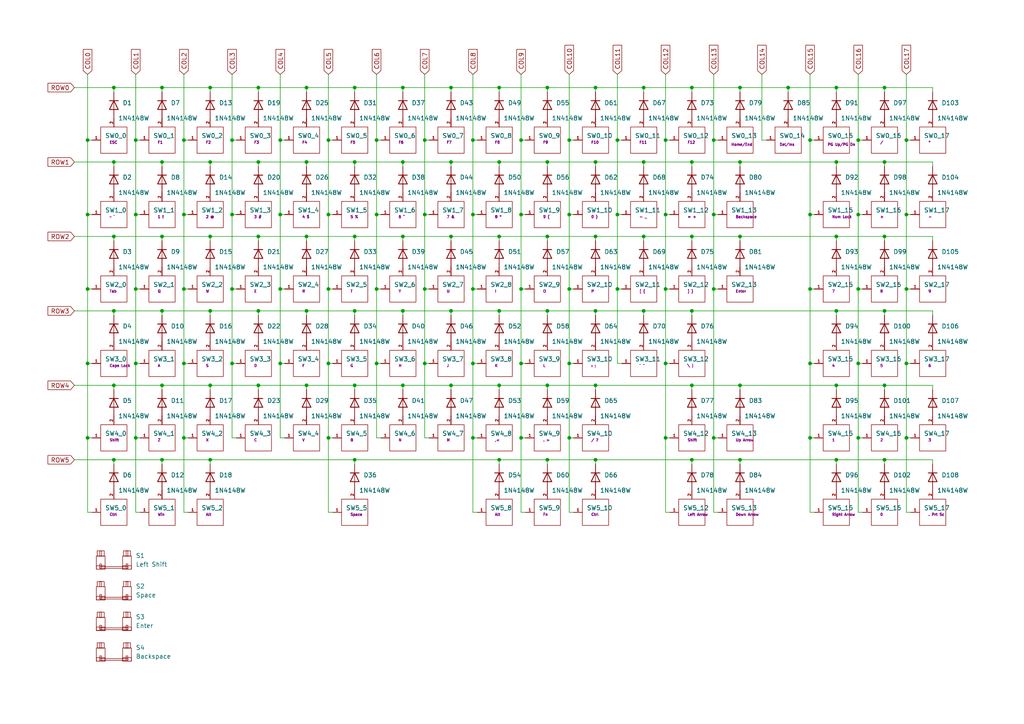
<source format=kicad_sch>
(kicad_sch (version 20230121) (generator eeschema)
  (paper "A4")
  (title_block (title "Switch Matrix"))
  (junction (at 234.95 83.82))
  (junction (at 193.04 40.64))
  (junction (at 46.99 133.35))
  (junction (at 165.1 127))
  (junction (at 172.72 133.35))
  (junction (at 123.19 62.23))
  (junction (at 200.66 46.99))
  (junction (at 165.1 62.23))
  (junction (at 151.13 83.82))
  (junction (at 53.34 105.41))
  (junction (at 116.84 111.76))
  (junction (at 67.31 105.41))
  (junction (at 74.93 46.99))
  (junction (at 158.75 90.17))
  (junction (at 53.34 62.23))
  (junction (at 172.72 46.99))
  (junction (at 130.81 90.17))
  (junction (at 33.02 68.58))
  (junction (at 248.92 40.64))
  (junction (at 234.95 40.64))
  (junction (at 248.92 83.82))
  (junction (at 200.66 90.17))
  (junction (at 81.28 105.41))
  (junction (at 144.78 25.4))
  (junction (at 193.04 105.41))
  (junction (at 53.34 127))
  (junction (at 200.66 111.76))
  (junction (at 123.19 40.64))
  (junction (at 74.93 25.4))
  (junction (at 109.22 105.41))
  (junction (at 158.75 25.4))
  (junction (at 207.01 127))
  (junction (at 172.72 68.58))
  (junction (at 151.13 105.41))
  (junction (at 102.87 68.58))
  (junction (at 256.54 68.58))
  (junction (at 137.16 62.23))
  (junction (at 95.25 62.23))
  (junction (at 256.54 46.99))
  (junction (at 33.02 46.99))
  (junction (at 242.57 25.4))
  (junction (at 102.87 111.76))
  (junction (at 158.75 68.58))
  (junction (at 248.92 127))
  (junction (at 33.02 90.17))
  (junction (at 33.02 111.76))
  (junction (at 39.37 62.23))
  (junction (at 74.93 111.76))
  (junction (at 262.89 40.64))
  (junction (at 60.96 25.4))
  (junction (at 123.19 83.82))
  (junction (at 67.31 83.82))
  (junction (at 95.25 83.82))
  (junction (at 95.25 40.64))
  (junction (at 200.66 68.58))
  (junction (at 88.9 90.17))
  (junction (at 248.92 105.41))
  (junction (at 60.96 68.58))
  (junction (at 256.54 133.35))
  (junction (at 172.72 90.17))
  (junction (at 158.75 133.35))
  (junction (at 172.72 111.76))
  (junction (at 214.63 68.58))
  (junction (at 130.81 68.58))
  (junction (at 39.37 83.82))
  (junction (at 144.78 111.76))
  (junction (at 214.63 46.99))
  (junction (at 151.13 62.23))
  (junction (at 116.84 46.99))
  (junction (at 25.4 62.23))
  (junction (at 193.04 83.82))
  (junction (at 74.93 68.58))
  (junction (at 200.66 25.4))
  (junction (at 109.22 40.64))
  (junction (at 102.87 90.17))
  (junction (at 67.31 40.64))
  (junction (at 179.07 83.82))
  (junction (at 102.87 46.99))
  (junction (at 228.6 25.4))
  (junction (at 67.31 62.23))
  (junction (at 25.4 127))
  (junction (at 179.07 62.23))
  (junction (at 81.28 62.23))
  (junction (at 39.37 40.64))
  (junction (at 214.63 133.35))
  (junction (at 262.89 127))
  (junction (at 116.84 68.58))
  (junction (at 207.01 62.23))
  (junction (at 242.57 133.35))
  (junction (at 88.9 46.99))
  (junction (at 214.63 111.76))
  (junction (at 179.07 40.64))
  (junction (at 116.84 90.17))
  (junction (at 137.16 105.41))
  (junction (at 39.37 127))
  (junction (at 144.78 46.99))
  (junction (at 144.78 90.17))
  (junction (at 60.96 111.76))
  (junction (at 186.69 68.58))
  (junction (at 256.54 25.4))
  (junction (at 151.13 127))
  (junction (at 123.19 105.41))
  (junction (at 33.02 25.4))
  (junction (at 88.9 25.4))
  (junction (at 25.4 83.82))
  (junction (at 109.22 83.82))
  (junction (at 262.89 83.82))
  (junction (at 81.28 83.82))
  (junction (at 234.95 105.41))
  (junction (at 130.81 111.76))
  (junction (at 172.72 25.4))
  (junction (at 88.9 111.76))
  (junction (at 234.95 127))
  (junction (at 193.04 62.23))
  (junction (at 116.84 25.4))
  (junction (at 137.16 127))
  (junction (at 74.93 90.17))
  (junction (at 158.75 111.76))
  (junction (at 137.16 40.64))
  (junction (at 46.99 111.76))
  (junction (at 158.75 46.99))
  (junction (at 46.99 25.4))
  (junction (at 242.57 46.99))
  (junction (at 165.1 40.64))
  (junction (at 60.96 90.17))
  (junction (at 130.81 46.99))
  (junction (at 109.22 62.23))
  (junction (at 248.92 62.23))
  (junction (at 33.02 133.35))
  (junction (at 256.54 90.17))
  (junction (at 200.66 133.35))
  (junction (at 130.81 25.4))
  (junction (at 46.99 90.17))
  (junction (at 242.57 90.17))
  (junction (at 151.13 40.64))
  (junction (at 53.34 40.64))
  (junction (at 186.69 46.99))
  (junction (at 102.87 133.35))
  (junction (at 81.28 40.64))
  (junction (at 88.9 68.58))
  (junction (at 144.78 68.58))
  (junction (at 186.69 90.17))
  (junction (at 234.95 62.23))
  (junction (at 95.25 127))
  (junction (at 102.87 25.4))
  (junction (at 242.57 111.76))
  (junction (at 193.04 127))
  (junction (at 256.54 111.76))
  (junction (at 165.1 83.82))
  (junction (at 25.4 40.64))
  (junction (at 46.99 68.58))
  (junction (at 242.57 68.58))
  (junction (at 95.25 105.41))
  (junction (at 262.89 105.41))
  (junction (at 25.4 105.41))
  (junction (at 165.1 105.41))
  (junction (at 186.69 25.4))
  (junction (at 60.96 46.99))
  (junction (at 144.78 133.35))
  (junction (at 53.34 83.82))
  (junction (at 60.96 133.35))
  (junction (at 214.63 25.4))
  (junction (at 262.89 62.23))
  (junction (at 207.01 40.64))
  (junction (at 137.16 83.82))
  (junction (at 39.37 105.41))
  (junction (at 207.01 83.82))
  (junction (at 46.99 46.99))
  (wire (pts (xy 193.04 105.41) (xy 194.31 105.41)))
  (wire (pts (xy 33.02 133.35) (xy 46.99 133.35)))
  (wire (pts (xy 88.9 90.17) (xy 102.87 90.17)))
  (wire (pts (xy 200.66 133.35) (xy 200.66 134.62)))
  (wire (pts (xy 116.84 46.99) (xy 130.81 46.99)))
  (wire (pts (xy 158.75 133.35) (xy 172.72 133.35)))
  (wire (pts (xy 21.59 25.4) (xy 33.02 25.4)))
  (wire (pts (xy 158.75 111.76) (xy 158.75 113.03)))
  (wire (pts (xy 234.95 83.82) (xy 234.95 105.41)))
  (wire (pts (xy 220.98 21.59) (xy 220.98 40.64)))
  (wire (pts (xy 81.28 83.82) (xy 81.28 105.41)))
  (wire (pts (xy 102.87 68.58) (xy 102.87 69.85)))
  (wire (pts (xy 88.9 46.99) (xy 102.87 46.99)))
  (wire (pts (xy 207.01 62.23) (xy 207.01 83.82)))
  (wire (pts (xy 214.63 111.76) (xy 242.57 111.76)))
  (wire (pts (xy 193.04 62.23) (xy 193.04 83.82)))
  (wire (pts (xy 109.22 105.41) (xy 109.22 127)))
  (wire (pts (xy 123.19 40.64) (xy 123.19 62.23)))
  (wire (pts (xy 248.92 40.64) (xy 248.92 62.23)))
  (wire (pts (xy 179.07 105.41) (xy 180.34 105.41)))
  (wire (pts (xy 67.31 62.23) (xy 67.31 83.82)))
  (wire (pts (xy 39.37 40.64) (xy 40.64 40.64)))
  (wire (pts (xy 67.31 40.64) (xy 67.31 62.23)))
  (wire (pts (xy 262.89 62.23) (xy 264.16 62.23)))
  (wire (pts (xy 33.02 46.99) (xy 46.99 46.99)))
  (wire (pts (xy 242.57 46.99) (xy 256.54 46.99)))
  (wire (pts (xy 81.28 105.41) (xy 82.55 105.41)))
  (wire (pts (xy 234.95 127) (xy 234.95 148.59)))
  (wire (pts (xy 186.69 68.58) (xy 200.66 68.58)))
  (wire (pts (xy 234.95 21.59) (xy 234.95 40.64)))
  (wire (pts (xy 116.84 68.58) (xy 130.81 68.58)))
  (wire (pts (xy 172.72 90.17) (xy 172.72 91.44)))
  (wire (pts (xy 116.84 90.17) (xy 130.81 90.17)))
  (wire (pts (xy 109.22 105.41) (xy 110.49 105.41)))
  (wire (pts (xy 25.4 83.82) (xy 26.67 83.82)))
  (wire (pts (xy 39.37 21.59) (xy 39.37 40.64)))
  (wire (pts (xy 165.1 40.64) (xy 166.37 40.64)))
  (wire (pts (xy 25.4 62.23) (xy 25.4 83.82)))
  (wire (pts (xy 130.81 25.4) (xy 130.81 26.67)))
  (wire (pts (xy 60.96 133.35) (xy 60.96 134.62)))
  (wire (pts (xy 74.93 111.76) (xy 88.9 111.76)))
  (wire (pts (xy 242.57 133.35) (xy 256.54 133.35)))
  (wire (pts (xy 144.78 25.4) (xy 144.78 26.67)))
  (wire (pts (xy 74.93 90.17) (xy 74.93 91.44)))
  (wire (pts (xy 33.02 133.35) (xy 33.02 134.62)))
  (wire (pts (xy 207.01 83.82) (xy 208.28 83.82)))
  (wire (pts (xy 179.07 40.64) (xy 180.34 40.64)))
  (wire (pts (xy 46.99 46.99) (xy 60.96 46.99)))
  (wire (pts (xy 193.04 21.59) (xy 193.04 40.64)))
  (wire (pts (xy 172.72 25.4) (xy 172.72 26.67)))
  (wire (pts (xy 262.89 127) (xy 264.16 127)))
  (wire (pts (xy 46.99 111.76) (xy 60.96 111.76)))
  (wire (pts (xy 123.19 83.82) (xy 123.19 105.41)))
  (wire (pts (xy 242.57 111.76) (xy 256.54 111.76)))
  (wire (pts (xy 158.75 133.35) (xy 158.75 134.62)))
  (wire (pts (xy 207.01 127) (xy 207.01 148.59)))
  (wire (pts (xy 130.81 90.17) (xy 144.78 90.17)))
  (wire (pts (xy 256.54 111.76) (xy 270.51 111.76)))
  (wire (pts (xy 151.13 127) (xy 151.13 148.59)))
  (wire (pts (xy 109.22 62.23) (xy 109.22 83.82)))
  (wire (pts (xy 214.63 133.35) (xy 214.63 134.62)))
  (wire (pts (xy 186.69 25.4) (xy 200.66 25.4)))
  (wire (pts (xy 88.9 68.58) (xy 102.87 68.58)))
  (wire (pts (xy 207.01 40.64) (xy 207.01 62.23)))
  (wire (pts (xy 242.57 25.4) (xy 256.54 25.4)))
  (wire (pts (xy 88.9 25.4) (xy 102.87 25.4)))
  (wire (pts (xy 186.69 90.17) (xy 186.69 91.44)))
  (wire (pts (xy 53.34 40.64) (xy 54.61 40.64)))
  (wire (pts (xy 151.13 148.59) (xy 152.4 148.59)))
  (wire (pts (xy 53.34 40.64) (xy 53.34 62.23)))
  (wire (pts (xy 53.34 127) (xy 53.34 148.59)))
  (wire (pts (xy 102.87 90.17) (xy 116.84 90.17)))
  (wire (pts (xy 60.96 133.35) (xy 102.87 133.35)))
  (wire (pts (xy 270.51 111.76) (xy 270.51 113.03)))
  (wire (pts (xy 95.25 62.23) (xy 95.25 83.82)))
  (wire (pts (xy 88.9 90.17) (xy 88.9 91.44)))
  (wire (pts (xy 109.22 62.23) (xy 110.49 62.23)))
  (wire (pts (xy 144.78 90.17) (xy 144.78 91.44)))
  (wire (pts (xy 109.22 40.64) (xy 110.49 40.64)))
  (wire (pts (xy 102.87 133.35) (xy 144.78 133.35)))
  (wire (pts (xy 262.89 40.64) (xy 264.16 40.64)))
  (wire (pts (xy 39.37 105.41) (xy 39.37 127)))
  (wire (pts (xy 53.34 127) (xy 54.61 127)))
  (wire (pts (xy 74.93 25.4) (xy 74.93 26.67)))
  (wire (pts (xy 242.57 90.17) (xy 256.54 90.17)))
  (wire (pts (xy 102.87 25.4) (xy 116.84 25.4)))
  (wire (pts (xy 25.4 62.23) (xy 26.67 62.23)))
  (wire (pts (xy 81.28 40.64) (xy 82.55 40.64)))
  (wire (pts (xy 39.37 105.41) (xy 40.64 105.41)))
  (wire (pts (xy 46.99 25.4) (xy 60.96 25.4)))
  (wire (pts (xy 200.66 68.58) (xy 214.63 68.58)))
  (wire (pts (xy 214.63 25.4) (xy 214.63 26.67)))
  (wire (pts (xy 248.92 127) (xy 248.92 148.59)))
  (wire (pts (xy 137.16 40.64) (xy 137.16 62.23)))
  (wire (pts (xy 81.28 62.23) (xy 82.55 62.23)))
  (wire (pts (xy 137.16 40.64) (xy 138.43 40.64)))
  (wire (pts (xy 193.04 62.23) (xy 194.31 62.23)))
  (wire (pts (xy 165.1 62.23) (xy 166.37 62.23)))
  (wire (pts (xy 46.99 111.76) (xy 46.99 113.03)))
  (wire (pts (xy 186.69 68.58) (xy 186.69 69.85)))
  (wire (pts (xy 172.72 25.4) (xy 186.69 25.4)))
  (wire (pts (xy 25.4 127) (xy 26.67 127)))
  (wire (pts (xy 242.57 68.58) (xy 242.57 69.85)))
  (wire (pts (xy 102.87 90.17) (xy 102.87 91.44)))
  (wire (pts (xy 172.72 133.35) (xy 200.66 133.35)))
  (wire (pts (xy 262.89 40.64) (xy 262.89 62.23)))
  (wire (pts (xy 186.69 90.17) (xy 200.66 90.17)))
  (wire (pts (xy 172.72 111.76) (xy 200.66 111.76)))
  (wire (pts (xy 33.02 68.58) (xy 46.99 68.58)))
  (wire (pts (xy 172.72 133.35) (xy 172.72 134.62)))
  (wire (pts (xy 95.25 21.59) (xy 95.25 40.64)))
  (wire (pts (xy 21.59 46.99) (xy 33.02 46.99)))
  (wire (pts (xy 262.89 148.59) (xy 264.16 148.59)))
  (wire (pts (xy 67.31 83.82) (xy 67.31 105.41)))
  (wire (pts (xy 270.51 68.58) (xy 270.51 69.85)))
  (wire (pts (xy 81.28 62.23) (xy 81.28 83.82)))
  (wire (pts (xy 151.13 40.64) (xy 152.4 40.64)))
  (wire (pts (xy 123.19 62.23) (xy 124.46 62.23)))
  (wire (pts (xy 256.54 111.76) (xy 256.54 113.03)))
  (wire (pts (xy 144.78 90.17) (xy 158.75 90.17)))
  (wire (pts (xy 220.98 40.64) (xy 222.25 40.64)))
  (wire (pts (xy 158.75 25.4) (xy 172.72 25.4)))
  (wire (pts (xy 144.78 25.4) (xy 158.75 25.4)))
  (wire (pts (xy 234.95 40.64) (xy 236.22 40.64)))
  (wire (pts (xy 248.92 62.23) (xy 250.19 62.23)))
  (wire (pts (xy 172.72 90.17) (xy 186.69 90.17)))
  (wire (pts (xy 67.31 105.41) (xy 67.31 127)))
  (wire (pts (xy 95.25 105.41) (xy 96.52 105.41)))
  (wire (pts (xy 256.54 133.35) (xy 256.54 134.62)))
  (wire (pts (xy 67.31 21.59) (xy 67.31 40.64)))
  (wire (pts (xy 234.95 62.23) (xy 234.95 83.82)))
  (wire (pts (xy 102.87 46.99) (xy 102.87 48.26)))
  (wire (pts (xy 53.34 105.41) (xy 54.61 105.41)))
  (wire (pts (xy 137.16 83.82) (xy 137.16 105.41)))
  (wire (pts (xy 123.19 105.41) (xy 124.46 105.41)))
  (wire (pts (xy 165.1 83.82) (xy 166.37 83.82)))
  (wire (pts (xy 234.95 127) (xy 236.22 127)))
  (wire (pts (xy 242.57 68.58) (xy 256.54 68.58)))
  (wire (pts (xy 46.99 90.17) (xy 46.99 91.44)))
  (wire (pts (xy 179.07 83.82) (xy 179.07 105.41)))
  (wire (pts (xy 109.22 21.59) (xy 109.22 40.64)))
  (wire (pts (xy 165.1 21.59) (xy 165.1 40.64)))
  (wire (pts (xy 144.78 133.35) (xy 144.78 134.62)))
  (wire (pts (xy 228.6 25.4) (xy 228.6 26.67)))
  (wire (pts (xy 172.72 68.58) (xy 172.72 69.85)))
  (wire (pts (xy 151.13 40.64) (xy 151.13 62.23)))
  (wire (pts (xy 95.25 40.64) (xy 96.52 40.64)))
  (wire (pts (xy 88.9 68.58) (xy 88.9 69.85)))
  (wire (pts (xy 228.6 25.4) (xy 242.57 25.4)))
  (wire (pts (xy 74.93 46.99) (xy 88.9 46.99)))
  (wire (pts (xy 179.07 83.82) (xy 180.34 83.82)))
  (wire (pts (xy 248.92 148.59) (xy 250.19 148.59)))
  (wire (pts (xy 144.78 46.99) (xy 144.78 48.26)))
  (wire (pts (xy 165.1 40.64) (xy 165.1 62.23)))
  (wire (pts (xy 144.78 111.76) (xy 158.75 111.76)))
  (wire (pts (xy 102.87 133.35) (xy 102.87 134.62)))
  (wire (pts (xy 248.92 21.59) (xy 248.92 40.64)))
  (wire (pts (xy 200.66 111.76) (xy 200.66 113.03)))
  (wire (pts (xy 116.84 46.99) (xy 116.84 48.26)))
  (wire (pts (xy 242.57 90.17) (xy 242.57 91.44)))
  (wire (pts (xy 109.22 127) (xy 110.49 127)))
  (wire (pts (xy 102.87 46.99) (xy 116.84 46.99)))
  (wire (pts (xy 262.89 127) (xy 262.89 148.59)))
  (wire (pts (xy 123.19 127) (xy 124.46 127)))
  (wire (pts (xy 214.63 111.76) (xy 214.63 113.03)))
  (wire (pts (xy 74.93 90.17) (xy 88.9 90.17)))
  (wire (pts (xy 74.93 25.4) (xy 88.9 25.4)))
  (wire (pts (xy 25.4 40.64) (xy 26.67 40.64)))
  (wire (pts (xy 144.78 68.58) (xy 144.78 69.85)))
  (wire (pts (xy 158.75 68.58) (xy 172.72 68.58)))
  (wire (pts (xy 39.37 127) (xy 40.64 127)))
  (wire (pts (xy 234.95 62.23) (xy 236.22 62.23)))
  (wire (pts (xy 151.13 83.82) (xy 152.4 83.82)))
  (wire (pts (xy 137.16 62.23) (xy 138.43 62.23)))
  (wire (pts (xy 193.04 127) (xy 193.04 148.59)))
  (wire (pts (xy 74.93 68.58) (xy 74.93 69.85)))
  (wire (pts (xy 262.89 105.41) (xy 264.16 105.41)))
  (wire (pts (xy 158.75 111.76) (xy 172.72 111.76)))
  (wire (pts (xy 67.31 127) (xy 68.58 127)))
  (wire (pts (xy 207.01 83.82) (xy 207.01 127)))
  (wire (pts (xy 109.22 83.82) (xy 110.49 83.82)))
  (wire (pts (xy 123.19 21.59) (xy 123.19 40.64)))
  (wire (pts (xy 151.13 62.23) (xy 151.13 83.82)))
  (wire (pts (xy 33.02 25.4) (xy 46.99 25.4)))
  (wire (pts (xy 116.84 25.4) (xy 116.84 26.67)))
  (wire (pts (xy 262.89 83.82) (xy 264.16 83.82)))
  (wire (pts (xy 53.34 83.82) (xy 53.34 105.41)))
  (wire (pts (xy 234.95 105.41) (xy 234.95 127)))
  (wire (pts (xy 21.59 90.17) (xy 33.02 90.17)))
  (wire (pts (xy 151.13 105.41) (xy 152.4 105.41)))
  (wire (pts (xy 53.34 62.23) (xy 53.34 83.82)))
  (wire (pts (xy 39.37 40.64) (xy 39.37 62.23)))
  (wire (pts (xy 46.99 25.4) (xy 46.99 26.67)))
  (wire (pts (xy 137.16 105.41) (xy 138.43 105.41)))
  (wire (pts (xy 200.66 90.17) (xy 242.57 90.17)))
  (wire (pts (xy 102.87 111.76) (xy 116.84 111.76)))
  (wire (pts (xy 95.25 148.59) (xy 96.52 148.59)))
  (wire (pts (xy 137.16 105.41) (xy 137.16 127)))
  (wire (pts (xy 186.69 25.4) (xy 186.69 26.67)))
  (wire (pts (xy 123.19 62.23) (xy 123.19 83.82)))
  (wire (pts (xy 179.07 62.23) (xy 179.07 83.82)))
  (wire (pts (xy 46.99 68.58) (xy 60.96 68.58)))
  (wire (pts (xy 102.87 111.76) (xy 102.87 113.03)))
  (wire (pts (xy 200.66 46.99) (xy 214.63 46.99)))
  (wire (pts (xy 248.92 62.23) (xy 248.92 83.82)))
  (wire (pts (xy 179.07 62.23) (xy 180.34 62.23)))
  (wire (pts (xy 88.9 111.76) (xy 88.9 113.03)))
  (wire (pts (xy 186.69 46.99) (xy 186.69 48.26)))
  (wire (pts (xy 165.1 105.41) (xy 165.1 127)))
  (wire (pts (xy 179.07 40.64) (xy 179.07 62.23)))
  (wire (pts (xy 81.28 21.59) (xy 81.28 40.64)))
  (wire (pts (xy 60.96 25.4) (xy 60.96 26.67)))
  (wire (pts (xy 165.1 83.82) (xy 165.1 105.41)))
  (wire (pts (xy 53.34 148.59) (xy 54.61 148.59)))
  (wire (pts (xy 158.75 25.4) (xy 158.75 26.67)))
  (wire (pts (xy 81.28 127) (xy 82.55 127)))
  (wire (pts (xy 234.95 105.41) (xy 236.22 105.41)))
  (wire (pts (xy 130.81 46.99) (xy 144.78 46.99)))
  (wire (pts (xy 46.99 133.35) (xy 60.96 133.35)))
  (wire (pts (xy 172.72 46.99) (xy 172.72 48.26)))
  (wire (pts (xy 81.28 83.82) (xy 82.55 83.82)))
  (wire (pts (xy 256.54 46.99) (xy 256.54 48.26)))
  (wire (pts (xy 25.4 148.59) (xy 26.67 148.59)))
  (wire (pts (xy 200.66 25.4) (xy 214.63 25.4)))
  (wire (pts (xy 116.84 111.76) (xy 116.84 113.03)))
  (wire (pts (xy 165.1 148.59) (xy 166.37 148.59)))
  (wire (pts (xy 53.34 62.23) (xy 54.61 62.23)))
  (wire (pts (xy 242.57 46.99) (xy 242.57 48.26)))
  (wire (pts (xy 207.01 62.23) (xy 208.28 62.23)))
  (wire (pts (xy 137.16 21.59) (xy 137.16 40.64)))
  (wire (pts (xy 234.95 40.64) (xy 234.95 62.23)))
  (wire (pts (xy 39.37 62.23) (xy 39.37 83.82)))
  (wire (pts (xy 109.22 40.64) (xy 109.22 62.23)))
  (wire (pts (xy 33.02 111.76) (xy 33.02 113.03)))
  (wire (pts (xy 158.75 46.99) (xy 158.75 48.26)))
  (wire (pts (xy 67.31 40.64) (xy 68.58 40.64)))
  (wire (pts (xy 116.84 25.4) (xy 130.81 25.4)))
  (wire (pts (xy 248.92 40.64) (xy 250.19 40.64)))
  (wire (pts (xy 151.13 105.41) (xy 151.13 127)))
  (wire (pts (xy 116.84 68.58) (xy 116.84 69.85)))
  (wire (pts (xy 137.16 62.23) (xy 137.16 83.82)))
  (wire (pts (xy 165.1 127) (xy 165.1 148.59)))
  (wire (pts (xy 165.1 105.41) (xy 166.37 105.41)))
  (wire (pts (xy 116.84 90.17) (xy 116.84 91.44)))
  (wire (pts (xy 248.92 83.82) (xy 248.92 105.41)))
  (wire (pts (xy 248.92 105.41) (xy 250.19 105.41)))
  (wire (pts (xy 60.96 111.76) (xy 60.96 113.03)))
  (wire (pts (xy 81.28 40.64) (xy 81.28 62.23)))
  (wire (pts (xy 256.54 90.17) (xy 270.51 90.17)))
  (wire (pts (xy 81.28 105.41) (xy 81.28 127)))
  (wire (pts (xy 270.51 25.4) (xy 270.51 26.67)))
  (wire (pts (xy 256.54 133.35) (xy 270.51 133.35)))
  (wire (pts (xy 130.81 68.58) (xy 144.78 68.58)))
  (wire (pts (xy 130.81 90.17) (xy 130.81 91.44)))
  (wire (pts (xy 21.59 111.76) (xy 33.02 111.76)))
  (wire (pts (xy 172.72 111.76) (xy 172.72 113.03)))
  (wire (pts (xy 25.4 83.82) (xy 25.4 105.41)))
  (wire (pts (xy 200.66 133.35) (xy 214.63 133.35)))
  (wire (pts (xy 207.01 40.64) (xy 208.28 40.64)))
  (wire (pts (xy 130.81 111.76) (xy 144.78 111.76)))
  (wire (pts (xy 21.59 68.58) (xy 33.02 68.58)))
  (wire (pts (xy 123.19 83.82) (xy 124.46 83.82)))
  (wire (pts (xy 214.63 46.99) (xy 242.57 46.99)))
  (wire (pts (xy 60.96 25.4) (xy 74.93 25.4)))
  (wire (pts (xy 60.96 68.58) (xy 60.96 69.85)))
  (wire (pts (xy 200.66 25.4) (xy 200.66 26.67)))
  (wire (pts (xy 116.84 111.76) (xy 130.81 111.76)))
  (wire (pts (xy 262.89 62.23) (xy 262.89 83.82)))
  (wire (pts (xy 33.02 111.76) (xy 46.99 111.76)))
  (wire (pts (xy 256.54 68.58) (xy 256.54 69.85)))
  (wire (pts (xy 130.81 46.99) (xy 130.81 48.26)))
  (wire (pts (xy 95.25 83.82) (xy 96.52 83.82)))
  (wire (pts (xy 234.95 148.59) (xy 236.22 148.59)))
  (wire (pts (xy 256.54 25.4) (xy 256.54 26.67)))
  (wire (pts (xy 151.13 21.59) (xy 151.13 40.64)))
  (wire (pts (xy 88.9 46.99) (xy 88.9 48.26)))
  (wire (pts (xy 60.96 111.76) (xy 74.93 111.76)))
  (wire (pts (xy 25.4 127) (xy 25.4 148.59)))
  (wire (pts (xy 137.16 148.59) (xy 138.43 148.59)))
  (wire (pts (xy 25.4 105.41) (xy 25.4 127)))
  (wire (pts (xy 33.02 25.4) (xy 33.02 26.67)))
  (wire (pts (xy 234.95 83.82) (xy 236.22 83.82)))
  (wire (pts (xy 242.57 133.35) (xy 242.57 134.62)))
  (wire (pts (xy 39.37 62.23) (xy 40.64 62.23)))
  (wire (pts (xy 123.19 40.64) (xy 124.46 40.64)))
  (wire (pts (xy 151.13 62.23) (xy 152.4 62.23)))
  (wire (pts (xy 200.66 68.58) (xy 200.66 69.85)))
  (wire (pts (xy 46.99 90.17) (xy 60.96 90.17)))
  (wire (pts (xy 193.04 40.64) (xy 193.04 62.23)))
  (wire (pts (xy 74.93 68.58) (xy 88.9 68.58)))
  (wire (pts (xy 193.04 127) (xy 194.31 127)))
  (wire (pts (xy 270.51 46.99) (xy 270.51 48.26)))
  (wire (pts (xy 256.54 46.99) (xy 270.51 46.99)))
  (wire (pts (xy 88.9 111.76) (xy 102.87 111.76)))
  (wire (pts (xy 130.81 68.58) (xy 130.81 69.85)))
  (wire (pts (xy 172.72 68.58) (xy 186.69 68.58)))
  (wire (pts (xy 39.37 148.59) (xy 40.64 148.59)))
  (wire (pts (xy 67.31 83.82) (xy 68.58 83.82)))
  (wire (pts (xy 151.13 83.82) (xy 151.13 105.41)))
  (wire (pts (xy 193.04 40.64) (xy 194.31 40.64)))
  (wire (pts (xy 95.25 127) (xy 95.25 148.59)))
  (wire (pts (xy 39.37 127) (xy 39.37 148.59)))
  (wire (pts (xy 60.96 46.99) (xy 60.96 48.26)))
  (wire (pts (xy 60.96 46.99) (xy 74.93 46.99)))
  (wire (pts (xy 95.25 62.23) (xy 96.52 62.23)))
  (wire (pts (xy 256.54 68.58) (xy 270.51 68.58)))
  (wire (pts (xy 144.78 68.58) (xy 158.75 68.58)))
  (wire (pts (xy 158.75 46.99) (xy 172.72 46.99)))
  (wire (pts (xy 53.34 105.41) (xy 53.34 127)))
  (wire (pts (xy 144.78 133.35) (xy 158.75 133.35)))
  (wire (pts (xy 193.04 83.82) (xy 194.31 83.82)))
  (wire (pts (xy 207.01 127) (xy 208.28 127)))
  (wire (pts (xy 144.78 111.76) (xy 144.78 113.03)))
  (wire (pts (xy 193.04 83.82) (xy 193.04 105.41)))
  (wire (pts (xy 165.1 127) (xy 166.37 127)))
  (wire (pts (xy 46.99 133.35) (xy 46.99 134.62)))
  (wire (pts (xy 53.34 83.82) (xy 54.61 83.82)))
  (wire (pts (xy 74.93 46.99) (xy 74.93 48.26)))
  (wire (pts (xy 137.16 127) (xy 138.43 127)))
  (wire (pts (xy 248.92 127) (xy 250.19 127)))
  (wire (pts (xy 242.57 111.76) (xy 242.57 113.03)))
  (wire (pts (xy 179.07 21.59) (xy 179.07 40.64)))
  (wire (pts (xy 33.02 46.99) (xy 33.02 48.26)))
  (wire (pts (xy 248.92 83.82) (xy 250.19 83.82)))
  (wire (pts (xy 102.87 68.58) (xy 116.84 68.58)))
  (wire (pts (xy 256.54 90.17) (xy 256.54 91.44)))
  (wire (pts (xy 151.13 127) (xy 152.4 127)))
  (wire (pts (xy 88.9 25.4) (xy 88.9 26.67)))
  (wire (pts (xy 123.19 105.41) (xy 123.19 127)))
  (wire (pts (xy 270.51 133.35) (xy 270.51 134.62)))
  (wire (pts (xy 67.31 105.41) (xy 68.58 105.41)))
  (wire (pts (xy 39.37 83.82) (xy 40.64 83.82)))
  (wire (pts (xy 130.81 25.4) (xy 144.78 25.4)))
  (wire (pts (xy 33.02 90.17) (xy 33.02 91.44)))
  (wire (pts (xy 214.63 133.35) (xy 242.57 133.35)))
  (wire (pts (xy 60.96 68.58) (xy 74.93 68.58)))
  (wire (pts (xy 262.89 83.82) (xy 262.89 105.41)))
  (wire (pts (xy 74.93 111.76) (xy 74.93 113.03)))
  (wire (pts (xy 256.54 25.4) (xy 270.51 25.4)))
  (wire (pts (xy 137.16 127) (xy 137.16 148.59)))
  (wire (pts (xy 158.75 68.58) (xy 158.75 69.85)))
  (wire (pts (xy 262.89 21.59) (xy 262.89 40.64)))
  (wire (pts (xy 95.25 127) (xy 96.52 127)))
  (wire (pts (xy 158.75 90.17) (xy 172.72 90.17)))
  (wire (pts (xy 207.01 148.59) (xy 208.28 148.59)))
  (wire (pts (xy 60.96 90.17) (xy 74.93 90.17)))
  (wire (pts (xy 102.87 25.4) (xy 102.87 26.67)))
  (wire (pts (xy 95.25 83.82) (xy 95.25 105.41)))
  (wire (pts (xy 200.66 90.17) (xy 200.66 91.44)))
  (wire (pts (xy 158.75 90.17) (xy 158.75 91.44)))
  (wire (pts (xy 193.04 105.41) (xy 193.04 127)))
  (wire (pts (xy 25.4 40.64) (xy 25.4 62.23)))
  (wire (pts (xy 95.25 105.41) (xy 95.25 127)))
  (wire (pts (xy 130.81 111.76) (xy 130.81 113.03)))
  (wire (pts (xy 200.66 111.76) (xy 214.63 111.76)))
  (wire (pts (xy 33.02 68.58) (xy 33.02 69.85)))
  (wire (pts (xy 214.63 25.4) (xy 228.6 25.4)))
  (wire (pts (xy 67.31 62.23) (xy 68.58 62.23)))
  (wire (pts (xy 46.99 68.58) (xy 46.99 69.85)))
  (wire (pts (xy 144.78 46.99) (xy 158.75 46.99)))
  (wire (pts (xy 242.57 25.4) (xy 242.57 26.67)))
  (wire (pts (xy 39.37 83.82) (xy 39.37 105.41)))
  (wire (pts (xy 33.02 90.17) (xy 46.99 90.17)))
  (wire (pts (xy 214.63 68.58) (xy 242.57 68.58)))
  (wire (pts (xy 165.1 62.23) (xy 165.1 83.82)))
  (wire (pts (xy 137.16 83.82) (xy 138.43 83.82)))
  (wire (pts (xy 109.22 83.82) (xy 109.22 105.41)))
  (wire (pts (xy 172.72 46.99) (xy 186.69 46.99)))
  (wire (pts (xy 25.4 105.41) (xy 26.67 105.41)))
  (wire (pts (xy 200.66 46.99) (xy 200.66 48.26)))
  (wire (pts (xy 25.4 21.59) (xy 25.4 40.64)))
  (wire (pts (xy 262.89 105.41) (xy 262.89 127)))
  (wire (pts (xy 214.63 46.99) (xy 214.63 48.26)))
  (wire (pts (xy 270.51 90.17) (xy 270.51 91.44)))
  (wire (pts (xy 53.34 21.59) (xy 53.34 40.64)))
  (wire (pts (xy 186.69 46.99) (xy 200.66 46.99)))
  (wire (pts (xy 207.01 21.59) (xy 207.01 40.64)))
  (wire (pts (xy 46.99 46.99) (xy 46.99 48.26)))
  (wire (pts (xy 214.63 68.58) (xy 214.63 69.85)))
  (wire (pts (xy 193.04 148.59) (xy 194.31 148.59)))
  (wire (pts (xy 248.92 105.41) (xy 248.92 127)))
  (wire (pts (xy 60.96 90.17) (xy 60.96 91.44)))
  (wire (pts (xy 21.59 133.35) (xy 33.02 133.35)))
  (wire (pts (xy 95.25 40.64) (xy 95.25 62.23)))
  (global_label "ROW0" (shape input) (at 21.59 25.4 180) (property "Intersheetrefs" "${INTERSHEET_REFS}" (effects hide)))
  (global_label "COL7" (shape input) (at 123.19 21.59 90) (property "Intersheetrefs" "${INTERSHEET_REFS}" (effects hide)))
  (global_label "COL4" (shape input) (at 81.28 21.59 90) (property "Intersheetrefs" "${INTERSHEET_REFS}" (effects hide)))
  (global_label "COL12" (shape input) (at 193.04 21.59 90) (property "Intersheetrefs" "${INTERSHEET_REFS}" (effects hide)))
  (global_label "COL9" (shape input) (at 151.13 21.59 90) (property "Intersheetrefs" "${INTERSHEET_REFS}" (effects hide)))
  (global_label "ROW5" (shape input) (at 21.59 133.35 180) (property "Intersheetrefs" "${INTERSHEET_REFS}" (effects hide)))
  (global_label "COL14" (shape input) (at 220.98 21.59 90) (property "Intersheetrefs" "${INTERSHEET_REFS}" (effects hide)))
  (global_label "COL5" (shape input) (at 95.25 21.59 90) (property "Intersheetrefs" "${INTERSHEET_REFS}" (effects hide)))
  (global_label "COL10" (shape input) (at 165.1 21.59 90) (property "Intersheetrefs" "${INTERSHEET_REFS}" (effects hide)))
  (global_label "COL2" (shape input) (at 53.34 21.59 90) (property "Intersheetrefs" "${INTERSHEET_REFS}" (effects hide)))
  (global_label "COL0" (shape input) (at 25.4 21.59 90) (property "Intersheetrefs" "${INTERSHEET_REFS}" (effects hide)))
  (global_label "COL13" (shape input) (at 207.01 21.59 90) (property "Intersheetrefs" "${INTERSHEET_REFS}" (effects hide)))
  (global_label "COL3" (shape input) (at 67.31 21.59 90) (property "Intersheetrefs" "${INTERSHEET_REFS}" (effects hide)))
  (global_label "ROW1" (shape input) (at 21.59 46.99 180) (property "Intersheetrefs" "${INTERSHEET_REFS}" (effects hide)))
  (global_label "ROW4" (shape input) (at 21.59 111.76 180) (property "Intersheetrefs" "${INTERSHEET_REFS}" (effects hide)))
  (global_label "COL8" (shape input) (at 137.16 21.59 90) (property "Intersheetrefs" "${INTERSHEET_REFS}" (effects hide)))
  (global_label "COL6" (shape input) (at 109.22 21.59 90) (property "Intersheetrefs" "${INTERSHEET_REFS}" (effects hide)))
  (global_label "COL15" (shape input) (at 234.95 21.59 90) (property "Intersheetrefs" "${INTERSHEET_REFS}" (effects hide)))
  (global_label "COL17" (shape input) (at 262.89 21.59 90) (property "Intersheetrefs" "${INTERSHEET_REFS}" (effects hide)))
  (global_label "ROW3" (shape input) (at 21.59 90.17 180) (property "Intersheetrefs" "${INTERSHEET_REFS}" (effects hide)))
  (global_label "COL16" (shape input) (at 248.92 21.59 90) (property "Intersheetrefs" "${INTERSHEET_REFS}" (effects hide)))
  (global_label "COL1" (shape input) (at 39.37 21.59 90) (property "Intersheetrefs" "${INTERSHEET_REFS}" (effects hide)))
  (global_label "ROW2" (shape input) (at 21.59 68.58 180) (property "Intersheetrefs" "${INTERSHEET_REFS}" (effects hide)))
  (global_label "COL11" (shape input) (at 179.07 21.59 90) (property "Intersheetrefs" "${INTERSHEET_REFS}" (effects hide)))
  (symbol (lib_id "acheron_Symbols:Mechanical_Switch") (at 172.72 40.64 0) (unit 1)
    (property "Reference" "SW0_10" (at 170.18 39.37 0) (effects (justify left)))
    (property "Value" "Mechanical_Switch" (effects hide))
    (property "Footprint" "PCM_marbastlib-mx:SW_MX_1u" (effects hide))
    (property "Keycode" "F10" (at 171.45 41.275 0) (effects (font (size 0.762 0.762)) (justify left)))
  )
  (symbol (lib_id "Diode:1N4148W") (at 214.63 138.43 270) (unit 1)
    (property "Reference" "D84" (at 217.17 137.795 90) (effects (justify left)))
    (property "Value" "1N4148W" (at 215.9 142.24 90) (effects (justify left)))
    (property "Footprint" "Diode_SMD:D_SOD-123" (effects hide))
    (property "Datasheet" "https://www.vishay.com/docs/85748/1n4148w.pdf" (effects hide))
    (property "Sim.Device" "D" (effects hide))
    (property "Sim.Pins" "1=K 2=A" (effects hide))
  )
  (symbol (lib_id "acheron_Symbols:Mechanical_Switch") (at 116.84 105.41 0) (unit 1)
    (property "Reference" "SW3_6" (at 114.3 104.14 0) (effects (justify left)))
    (property "Value" "Mechanical_Switch" (effects hide))
    (property "Footprint" "PCM_marbastlib-mx:SW_MX_1u" (effects hide))
    (property "Keycode" "H" (at 115.57 106.045 0) (effects (font (size 0.762 0.762)) (justify left)))
  )
  (symbol (lib_id "Diode:1N4148W") (at 256.54 73.66 270) (unit 1)
    (property "Reference" "D99" (at 259.08 73.025 90) (effects (justify left)))
    (property "Value" "1N4148W" (at 257.81 77.47 90) (effects (justify left)))
    (property "Footprint" "Diode_SMD:D_SOD-123" (effects hide))
    (property "Datasheet" "https://www.vishay.com/docs/85748/1n4148w.pdf" (effects hide))
    (property "Sim.Device" "D" (effects hide))
    (property "Sim.Pins" "1=K 2=A" (effects hide))
  )
  (symbol (lib_id "Diode:1N4148W") (at 102.87 52.07 270) (unit 1)
    (property "Reference" "D32" (at 105.41 51.435 90) (effects (justify left)))
    (property "Value" "1N4148W" (at 104.14 55.88 90) (effects (justify left)))
    (property "Footprint" "Diode_SMD:D_SOD-123" (effects hide))
    (property "Datasheet" "https://www.vishay.com/docs/85748/1n4148w.pdf" (effects hide))
    (property "Sim.Device" "D" (effects hide))
    (property "Sim.Pins" "1=K 2=A" (effects hide))
  )
  (symbol (lib_id "acheron_Symbols:Mechanical_Switch") (at 144.78 105.41 0) (unit 1)
    (property "Reference" "SW3_8" (at 142.24 104.14 0) (effects (justify left)))
    (property "Value" "Mechanical_Switch" (effects hide))
    (property "Footprint" "PCM_marbastlib-mx:SW_MX_1u" (effects hide))
    (property "Keycode" "K" (at 143.51 106.045 0) (effects (font (size 0.762 0.762)) (justify left)))
  )
  (symbol (lib_id "Diode:1N4148W") (at 33.02 95.25 270) (unit 1)
    (property "Reference" "D4" (at 35.56 94.615 90) (effects (justify left)))
    (property "Value" "1N4148W" (at 34.29 99.06 90) (effects (justify left)))
    (property "Footprint" "Diode_SMD:D_SOD-123" (effects hide))
    (property "Datasheet" "https://www.vishay.com/docs/85748/1n4148w.pdf" (effects hide))
    (property "Sim.Device" "D" (effects hide))
    (property "Sim.Pins" "1=K 2=A" (effects hide))
  )
  (symbol (lib_id "Diode:1N4148W") (at 46.99 30.48 270) (unit 1)
    (property "Reference" "D7" (at 49.53 29.845 90) (effects (justify left)))
    (property "Value" "1N4148W" (at 48.26 34.29 90) (effects (justify left)))
    (property "Footprint" "Diode_SMD:D_SOD-123" (effects hide))
    (property "Datasheet" "https://www.vishay.com/docs/85748/1n4148w.pdf" (effects hide))
    (property "Sim.Device" "D" (effects hide))
    (property "Sim.Pins" "1=K 2=A" (effects hide))
  )
  (symbol (lib_id "acheron_Symbols:Mechanical_Switch") (at 88.9 83.82 0) (unit 1)
    (property "Reference" "SW2_4" (at 86.36 82.55 0) (effects (justify left)))
    (property "Value" "Mechanical_Switch" (effects hide))
    (property "Footprint" "PCM_marbastlib-mx:SW_MX_1u" (effects hide))
    (property "Keycode" "R" (at 87.63 84.455 0) (effects (font (size 0.762 0.762)) (justify left)))
  )
  (symbol (lib_id "Diode:1N4148W") (at 158.75 138.43 270) (unit 1)
    (property "Reference" "D60" (at 161.29 137.795 90) (effects (justify left)))
    (property "Value" "1N4148W" (at 160.02 142.24 90) (effects (justify left)))
    (property "Footprint" "Diode_SMD:D_SOD-123" (effects hide))
    (property "Datasheet" "https://www.vishay.com/docs/85748/1n4148w.pdf" (effects hide))
    (property "Sim.Device" "D" (effects hide))
    (property "Sim.Pins" "1=K 2=A" (effects hide))
  )
  (symbol (lib_id "Diode:1N4148W") (at 256.54 52.07 270) (unit 1)
    (property "Reference" "D98" (at 259.08 51.435 90) (effects (justify left)))
    (property "Value" "1N4148W" (at 257.81 55.88 90) (effects (justify left)))
    (property "Footprint" "Diode_SMD:D_SOD-123" (effects hide))
    (property "Datasheet" "https://www.vishay.com/docs/85748/1n4148w.pdf" (effects hide))
    (property "Sim.Device" "D" (effects hide))
    (property "Sim.Pins" "1=K 2=A" (effects hide))
  )
  (symbol (lib_id "Diode:1N4148W") (at 242.57 52.07 270) (unit 1)
    (property "Reference" "D92" (at 245.11 51.435 90) (effects (justify left)))
    (property "Value" "1N4148W" (at 243.84 55.88 90) (effects (justify left)))
    (property "Footprint" "Diode_SMD:D_SOD-123" (effects hide))
    (property "Datasheet" "https://www.vishay.com/docs/85748/1n4148w.pdf" (effects hide))
    (property "Sim.Device" "D" (effects hide))
    (property "Sim.Pins" "1=K 2=A" (effects hide))
  )
  (symbol (lib_id "acheron_Symbols:Mechanical_Switch") (at 200.66 105.41 0) (unit 1)
    (property "Reference" "SW3_12" (at 198.12 104.14 0) (effects (justify left)))
    (property "Value" "Mechanical_Switch" (effects hide))
    (property "Footprint" "PCM_marbastlib-mx:SW_MX_1u" (effects hide))
    (property "Keycode" "\\ |" (at 199.39 106.045 0) (effects (font (size 0.762 0.762)) (justify left)))
  )
  (symbol (lib_id "acheron_Symbols:Mechanical_Switch") (at 46.99 62.23 0) (unit 1)
    (property "Reference" "SW1_1" (at 44.45 60.96 0) (effects (justify left)))
    (property "Value" "Mechanical_Switch" (effects hide))
    (property "Footprint" "PCM_marbastlib-mx:SW_MX_1u" (effects hide))
    (property "Keycode" "1 !" (at 45.72 62.865 0) (effects (font (size 0.762 0.762)) (justify left)))
  )
  (symbol (lib_id "Diode:1N4148W") (at 88.9 73.66 270) (unit 1)
    (property "Reference" "D27" (at 91.44 73.025 90) (effects (justify left)))
    (property "Value" "1N4148W" (at 90.17 77.47 90) (effects (justify left)))
    (property "Footprint" "Diode_SMD:D_SOD-123" (effects hide))
    (property "Datasheet" "https://www.vishay.com/docs/85748/1n4148w.pdf" (effects hide))
    (property "Sim.Device" "D" (effects hide))
    (property "Sim.Pins" "1=K 2=A" (effects hide))
  )
  (symbol (lib_id "Diode:1N4148W") (at 144.78 95.25 270) (unit 1)
    (property "Reference" "D52" (at 147.32 94.615 90) (effects (justify left)))
    (property "Value" "1N4148W" (at 146.05 99.06 90) (effects (justify left)))
    (property "Footprint" "Diode_SMD:D_SOD-123" (effects hide))
    (property "Datasheet" "https://www.vishay.com/docs/85748/1n4148w.pdf" (effects hide))
    (property "Sim.Device" "D" (effects hide))
    (property "Sim.Pins" "1=K 2=A" (effects hide))
  )
  (symbol (lib_id "Diode:1N4148W") (at 172.72 138.43 270) (unit 1)
    (property "Reference" "D66" (at 175.26 137.795 90) (effects (justify left)))
    (property "Value" "1N4148W" (at 173.99 142.24 90) (effects (justify left)))
    (property "Footprint" "Diode_SMD:D_SOD-123" (effects hide))
    (property "Datasheet" "https://www.vishay.com/docs/85748/1n4148w.pdf" (effects hide))
    (property "Sim.Device" "D" (effects hide))
    (property "Sim.Pins" "1=K 2=A" (effects hide))
  )
  (symbol (lib_id "Diode:1N4148W") (at 144.78 52.07 270) (unit 1)
    (property "Reference" "D50" (at 147.32 51.435 90) (effects (justify left)))
    (property "Value" "1N4148W" (at 146.05 55.88 90) (effects (justify left)))
    (property "Footprint" "Diode_SMD:D_SOD-123" (effects hide))
    (property "Datasheet" "https://www.vishay.com/docs/85748/1n4148w.pdf" (effects hide))
    (property "Sim.Device" "D" (effects hide))
    (property "Sim.Pins" "1=K 2=A" (effects hide))
  )
  (symbol (lib_id "acheron_Symbols:Mechanical_Switch") (at 60.96 62.23 0) (unit 1)
    (property "Reference" "SW1_2" (at 58.42 60.96 0) (effects (justify left)))
    (property "Value" "Mechanical_Switch" (effects hide))
    (property "Footprint" "PCM_marbastlib-mx:SW_MX_1u" (effects hide))
    (property "Keycode" "2 @" (at 59.69 62.865 0) (effects (font (size 0.762 0.762)) (justify left)))
  )
  (symbol (lib_id "Diode:1N4148W") (at 158.75 73.66 270) (unit 1)
    (property "Reference" "D57" (at 161.29 73.025 90) (effects (justify left)))
    (property "Value" "1N4148W" (at 160.02 77.47 90) (effects (justify left)))
    (property "Footprint" "Diode_SMD:D_SOD-123" (effects hide))
    (property "Datasheet" "https://www.vishay.com/docs/85748/1n4148w.pdf" (effects hide))
    (property "Sim.Device" "D" (effects hide))
    (property "Sim.Pins" "1=K 2=A" (effects hide))
  )
  (symbol (lib_id "Diode:1N4148W") (at 102.87 95.25 270) (unit 1)
    (property "Reference" "D34" (at 105.41 94.615 90) (effects (justify left)))
    (property "Value" "1N4148W" (at 104.14 99.06 90) (effects (justify left)))
    (property "Footprint" "Diode_SMD:D_SOD-123" (effects hide))
    (property "Datasheet" "https://www.vishay.com/docs/85748/1n4148w.pdf" (effects hide))
    (property "Sim.Device" "D" (effects hide))
    (property "Sim.Pins" "1=K 2=A" (effects hide))
  )
  (symbol (lib_id "acheron_Symbols:Mechanical_Switch") (at 130.81 40.64 0) (unit 1)
    (property "Reference" "SW0_7" (at 128.27 39.37 0) (effects (justify left)))
    (property "Value" "Mechanical_Switch" (effects hide))
    (property "Footprint" "PCM_marbastlib-mx:SW_MX_1u" (effects hide))
    (property "Keycode" "F7" (at 129.54 41.275 0) (effects (font (size 0.762 0.762)) (justify left)))
  )
  (symbol (lib_id "Diode:1N4148W") (at 144.78 116.84 270) (unit 1)
    (property "Reference" "D53" (at 147.32 116.205 90) (effects (justify left)))
    (property "Value" "1N4148W" (at 146.05 120.65 90) (effects (justify left)))
    (property "Footprint" "Diode_SMD:D_SOD-123" (effects hide))
    (property "Datasheet" "https://www.vishay.com/docs/85748/1n4148w.pdf" (effects hide))
    (property "Sim.Device" "D" (effects hide))
    (property "Sim.Pins" "1=K 2=A" (effects hide))
  )
  (symbol (lib_id "acheron_Symbols:Mechanical_Switch") (at 33.02 148.59 0) (unit 1)
    (property "Reference" "SW5_0" (at 30.48 147.32 0) (effects (justify left)))
    (property "Value" "Mechanical_Switch" (effects hide))
    (property "Footprint" "PCM_marbastlib-mx:SW_MX_1.25u" (effects hide))
    (property "Keycode" "Ctrl" (at 31.75 149.225 0) (effects (font (size 0.762 0.762)) (justify left)))
  )
  (symbol (lib_id "PCM_marbastlib-mx:MX_stab") (at 33.02 189.23 0) (unit 1)
    (property "Reference" "S4" (at 39.37 187.833 0) (effects (justify left)))
    (property "Value" "Backspace" (at 39.37 190.373 0) (effects (justify left)))
    (property "Footprint" "PCM_marbastlib-mx:STAB_MX_2u" (effects hide))
  )
  (symbol (lib_id "acheron_Symbols:Mechanical_Switch") (at 33.02 83.82 0) (unit 1)
    (property "Reference" "SW2_0" (at 30.48 82.55 0) (effects (justify left)))
    (property "Value" "Mechanical_Switch" (effects hide))
    (property "Footprint" "PCM_marbastlib-mx:SW_MX_1.5u" (effects hide))
    (property "Keycode" "Tab" (at 31.75 84.455 0) (effects (font (size 0.762 0.762)) (justify left)))
  )
  (symbol (lib_id "acheron_Symbols:Mechanical_Switch") (at 158.75 127 0) (unit 1)
    (property "Reference" "SW4_9" (at 156.21 125.73 0) (effects (justify left)))
    (property "Value" "Mechanical_Switch" (effects hide))
    (property "Footprint" "PCM_marbastlib-mx:SW_MX_1u" (effects hide))
    (property "Keycode" ". >" (at 157.48 127.635 0) (effects (font (size 0.762 0.762)) (justify left)))
  )
  (symbol (lib_id "acheron_Symbols:Mechanical_Switch") (at 200.66 40.64 0) (unit 1)
    (property "Reference" "SW0_12" (at 198.12 39.37 0) (effects (justify left)))
    (property "Value" "Mechanical_Switch" (effects hide))
    (property "Footprint" "PCM_marbastlib-mx:SW_MX_1u" (effects hide))
    (property "Keycode" "F12" (at 199.39 41.275 0) (effects (font (size 0.762 0.762)) (justify left)))
  )
  (symbol (lib_id "Diode:1N4148W") (at 242.57 73.66 270) (unit 1)
    (property "Reference" "D93" (at 245.11 73.025 90) (effects (justify left)))
    (property "Value" "1N4148W" (at 243.84 77.47 90) (effects (justify left)))
    (property "Footprint" "Diode_SMD:D_SOD-123" (effects hide))
    (property "Datasheet" "https://www.vishay.com/docs/85748/1n4148w.pdf" (effects hide))
    (property "Sim.Device" "D" (effects hide))
    (property "Sim.Pins" "1=K 2=A" (effects hide))
  )
  (symbol (lib_id "acheron_Symbols:Mechanical_Switch") (at 256.54 127 0) (unit 1)
    (property "Reference" "SW4_16" (at 254 125.73 0) (effects (justify left)))
    (property "Value" "Mechanical_Switch" (effects hide))
    (property "Footprint" "PCM_marbastlib-mx:SW_MX_1u" (effects hide))
    (property "Keycode" "2" (at 255.27 127.635 0) (effects (font (size 0.762 0.762)) (justify left)))
  )
  (symbol (lib_id "Diode:1N4148W") (at 200.66 138.43 270) (unit 1)
    (property "Reference" "D78" (at 203.2 137.795 90) (effects (justify left)))
    (property "Value" "1N4148W" (at 201.93 142.24 90) (effects (justify left)))
    (property "Footprint" "Diode_SMD:D_SOD-123" (effects hide))
    (property "Datasheet" "https://www.vishay.com/docs/85748/1n4148w.pdf" (effects hide))
    (property "Sim.Device" "D" (effects hide))
    (property "Sim.Pins" "1=K 2=A" (effects hide))
  )
  (symbol (lib_id "acheron_Symbols:Mechanical_Switch") (at 242.57 127 0) (unit 1)
    (property "Reference" "SW4_15" (at 240.03 125.73 0) (effects (justify left)))
    (property "Value" "Mechanical_Switch" (effects hide))
    (property "Footprint" "PCM_marbastlib-mx:SW_MX_1u" (effects hide))
    (property "Keycode" "1" (at 241.3 127.635 0) (effects (font (size 0.762 0.762)) (justify left)))
  )
  (symbol (lib_id "Diode:1N4148W") (at 200.66 116.84 270) (unit 1)
    (property "Reference" "D77" (at 203.2 116.205 90) (effects (justify left)))
    (property "Value" "1N4148W" (at 201.93 120.65 90) (effects (justify left)))
    (property "Footprint" "Diode_SMD:D_SOD-123" (effects hide))
    (property "Datasheet" "https://www.vishay.com/docs/85748/1n4148w.pdf" (effects hide))
    (property "Sim.Device" "D" (effects hide))
    (property "Sim.Pins" "1=K 2=A" (effects hide))
  )
  (symbol (lib_id "Diode:1N4148W") (at 186.69 52.07 270) (unit 1)
    (property "Reference" "D68" (at 189.23 51.435 90) (effects (justify left)))
    (property "Value" "1N4148W" (at 187.96 55.88 90) (effects (justify left)))
    (property "Footprint" "Diode_SMD:D_SOD-123" (effects hide))
    (property "Datasheet" "https://www.vishay.com/docs/85748/1n4148w.pdf" (effects hide))
    (property "Sim.Device" "D" (effects hide))
    (property "Sim.Pins" "1=K 2=A" (effects hide))
  )
  (symbol (lib_id "Diode:1N4148W") (at 88.9 95.25 270) (unit 1)
    (property "Reference" "D28" (at 91.44 94.615 90) (effects (justify left)))
    (property "Value" "1N4148W" (at 90.17 99.06 90) (effects (justify left)))
    (property "Footprint" "Diode_SMD:D_SOD-123" (effects hide))
    (property "Datasheet" "https://www.vishay.com/docs/85748/1n4148w.pdf" (effects hide))
    (property "Sim.Device" "D" (effects hide))
    (property "Sim.Pins" "1=K 2=A" (effects hide))
  )
  (symbol (lib_id "Diode:1N4148W") (at 88.9 30.48 270) (unit 1)
    (property "Reference" "D25" (at 91.44 29.845 90) (effects (justify left)))
    (property "Value" "1N4148W" (at 90.17 34.29 90) (effects (justify left)))
    (property "Footprint" "Diode_SMD:D_SOD-123" (effects hide))
    (property "Datasheet" "https://www.vishay.com/docs/85748/1n4148w.pdf" (effects hide))
    (property "Sim.Device" "D" (effects hide))
    (property "Sim.Pins" "1=K 2=A" (effects hide))
  )
  (symbol (lib_id "acheron_Symbols:Mechanical_Switch") (at 158.75 105.41 0) (unit 1)
    (property "Reference" "SW3_9" (at 156.21 104.14 0) (effects (justify left)))
    (property "Value" "Mechanical_Switch" (effects hide))
    (property "Footprint" "PCM_marbastlib-mx:SW_MX_1u" (effects hide))
    (property "Keycode" "L" (at 157.48 106.045 0) (effects (font (size 0.762 0.762)) (justify left)))
  )
  (symbol (lib_id "acheron_Symbols:Mechanical_Switch") (at 214.63 62.23 0) (unit 1)
    (property "Reference" "SW1_13" (at 212.09 60.96 0) (effects (justify left)))
    (property "Value" "Mechanical_Switch" (effects hide))
    (property "Footprint" "PCM_marbastlib-mx:SW_MX_1u" (effects hide))
    (property "Keycode" "Backspace" (at 213.36 62.865 0) (effects (font (size 0.762 0.762)) (justify left)))
  )
  (symbol (lib_id "acheron_Symbols:Mechanical_Switch") (at 88.9 105.41 0) (unit 1)
    (property "Reference" "SW3_4" (at 86.36 104.14 0) (effects (justify left)))
    (property "Value" "Mechanical_Switch" (effects hide))
    (property "Footprint" "PCM_marbastlib-mx:SW_MX_1u" (effects hide))
    (property "Keycode" "F" (at 87.63 106.045 0) (effects (font (size 0.762 0.762)) (justify left)))
  )
  (symbol (lib_id "Diode:1N4148W") (at 60.96 52.07 270) (unit 1)
    (property "Reference" "D14" (at 63.5 51.435 90) (effects (justify left)))
    (property "Value" "1N4148W" (at 62.23 55.88 90) (effects (justify left)))
    (property "Footprint" "Diode_SMD:D_SOD-123" (effects hide))
    (property "Datasheet" "https://www.vishay.com/docs/85748/1n4148w.pdf" (effects hide))
    (property "Sim.Device" "D" (effects hide))
    (property "Sim.Pins" "1=K 2=A" (effects hide))
  )
  (symbol (lib_id "Diode:1N4148W") (at 200.66 52.07 270) (unit 1)
    (property "Reference" "D74" (at 203.2 51.435 90) (effects (justify left)))
    (property "Value" "1N4148W" (at 201.93 55.88 90) (effects (justify left)))
    (property "Footprint" "Diode_SMD:D_SOD-123" (effects hide))
    (property "Datasheet" "https://www.vishay.com/docs/85748/1n4148w.pdf" (effects hide))
    (property "Sim.Device" "D" (effects hide))
    (property "Sim.Pins" "1=K 2=A" (effects hide))
  )
  (symbol (lib_id "acheron_Symbols:Mechanical_Switch") (at 214.63 127 0) (unit 1)
    (property "Reference" "SW4_13" (at 212.09 125.73 0) (effects (justify left)))
    (property "Value" "Mechanical_Switch" (effects hide))
    (property "Footprint" "PCM_marbastlib-mx:SW_MX_1u" (effects hide))
    (property "Keycode" "Up Arrow" (at 213.36 127.635 0) (effects (font (size 0.762 0.762)) (justify left)))
  )
  (symbol (lib_id "acheron_Symbols:Mechanical_Switch") (at 172.72 148.59 0) (unit 1)
    (property "Reference" "SW5_10" (at 170.18 147.32 0) (effects (justify left)))
    (property "Value" "Mechanical_Switch" (effects hide))
    (property "Footprint" "PCM_marbastlib-mx:SW_MX_1u" (effects hide))
    (property "Keycode" "Ctrl" (at 171.45 149.225 0) (effects (font (size 0.762 0.762)) (justify left)))
  )
  (symbol (lib_id "acheron_Symbols:Mechanical_Switch") (at 214.63 40.64 0) (unit 1)
    (property "Reference" "SW0_13" (at 212.09 39.37 0) (effects (justify left)))
    (property "Value" "Mechanical_Switch" (effects hide))
    (property "Footprint" "PCM_marbastlib-mx:SW_MX_1u" (effects hide))
    (property "Keycode" "Home/End" (at 212.09 41.91 0) (effects (font (size 0.762 0.762)) (justify left)))
  )
  (symbol (lib_id "Diode:1N4148W") (at 214.63 52.07 270) (unit 1)
    (property "Reference" "D80" (at 217.17 51.435 90) (effects (justify left)))
    (property "Value" "1N4148W" (at 215.9 55.88 90) (effects (justify left)))
    (property "Footprint" "Diode_SMD:D_SOD-123" (effects hide))
    (property "Datasheet" "https://www.vishay.com/docs/85748/1n4148w.pdf" (effects hide))
    (property "Sim.Device" "D" (effects hide))
    (property "Sim.Pins" "1=K 2=A" (effects hide))
  )
  (symbol (lib_id "acheron_Symbols:Mechanical_Switch") (at 256.54 83.82 0) (unit 1)
    (property "Reference" "SW2_16" (at 254 82.55 0) (effects (justify left)))
    (property "Value" "Mechanical_Switch" (effects hide))
    (property "Footprint" "PCM_marbastlib-mx:SW_MX_1u" (effects hide))
    (property "Keycode" "8" (at 255.27 84.455 0) (effects (font (size 0.762 0.762)) (justify left)))
  )
  (symbol (lib_id "Diode:1N4148W") (at 130.81 52.07 270) (unit 1)
    (property "Reference" "D44" (at 133.35 51.435 90) (effects (justify left)))
    (property "Value" "1N4148W" (at 132.08 55.88 90) (effects (justify left)))
    (property "Footprint" "Diode_SMD:D_SOD-123" (effects hide))
    (property "Datasheet" "https://www.vishay.com/docs/85748/1n4148w.pdf" (effects hide))
    (property "Sim.Device" "D" (effects hide))
    (property "Sim.Pins" "1=K 2=A" (effects hide))
  )
  (symbol (lib_id "acheron_Symbols:Mechanical_Switch") (at 200.66 148.59 0) (unit 1)
    (property "Reference" "SW5_12" (at 198.12 147.32 0) (effects (justify left)))
    (property "Value" "Mechanical_Switch" (effects hide))
    (property "Footprint" "PCM_marbastlib-mx:SW_MX_1u" (effects hide))
    (property "Keycode" "Left Arrow" (at 199.39 149.225 0) (effects (font (size 0.762 0.762)) (justify left)))
  )
  (symbol (lib_id "Diode:1N4148W") (at 256.54 116.84 270) (unit 1)
    (property "Reference" "D101" (at 259.08 116.205 90) (effects (justify left)))
    (property "Value" "1N4148W" (at 257.81 120.65 90) (effects (justify left)))
    (property "Footprint" "Diode_SMD:D_SOD-123" (effects hide))
    (property "Datasheet" "https://www.vishay.com/docs/85748/1n4148w.pdf" (effects hide))
    (property "Sim.Device" "D" (effects hide))
    (property "Sim.Pins" "1=K 2=A" (effects hide))
  )
  (symbol (lib_id "Diode:1N4148W") (at 270.51 116.84 270) (unit 1)
    (property "Reference" "D107" (at 273.05 116.205 90) (effects (justify left)))
    (property "Value" "1N4148W" (at 271.78 120.65 90) (effects (justify left)))
    (property "Footprint" "Diode_SMD:D_SOD-123" (effects hide))
    (property "Datasheet" "https://www.vishay.com/docs/85748/1n4148w.pdf" (effects hide))
    (property "Sim.Device" "D" (effects hide))
    (property "Sim.Pins" "1=K 2=A" (effects hide))
  )
  (symbol (lib_id "Diode:1N4148W") (at 33.02 116.84 270) (unit 1)
    (property "Reference" "D5" (at 35.56 116.205 90) (effects (justify left)))
    (property "Value" "1N4148W" (at 34.29 120.65 90) (effects (justify left)))
    (property "Footprint" "Diode_SMD:D_SOD-123" (effects hide))
    (property "Datasheet" "https://www.vishay.com/docs/85748/1n4148w.pdf" (effects hide))
    (property "Sim.Device" "D" (effects hide))
    (property "Sim.Pins" "1=K 2=A" (effects hide))
  )
  (symbol (lib_id "acheron_Symbols:Mechanical_Switch") (at 158.75 62.23 0) (unit 1)
    (property "Reference" "SW1_9" (at 156.21 60.96 0) (effects (justify left)))
    (property "Value" "Mechanical_Switch" (effects hide))
    (property "Footprint" "PCM_marbastlib-mx:SW_MX_1u" (effects hide))
    (property "Keycode" "9 (" (at 157.48 62.865 0) (effects (font (size 0.762 0.762)) (justify left)))
  )
  (symbol (lib_id "acheron_Symbols:Mechanical_Switch") (at 200.66 62.23 0) (unit 1)
    (property "Reference" "SW1_12" (at 198.12 60.96 0) (effects (justify left)))
    (property "Value" "Mechanical_Switch" (effects hide))
    (property "Footprint" "PCM_marbastlib-mx:SW_MX_1u" (effects hide))
    (property "Keycode" "= +" (at 199.39 62.865 0) (effects (font (size 0.762 0.762)) (justify left)))
  )
  (symbol (lib_id "acheron_Symbols:Mechanical_Switch") (at 88.9 127 0) (unit 1)
    (property "Reference" "SW4_4" (at 86.36 125.73 0) (effects (justify left)))
    (property "Value" "Mechanical_Switch" (effects hide))
    (property "Footprint" "PCM_marbastlib-mx:SW_MX_1u" (effects hide))
    (property "Keycode" "V" (at 87.63 127.635 0) (effects (font (size 0.762 0.762)) (justify left)))
  )
  (symbol (lib_id "Diode:1N4148W") (at 33.02 73.66 270) (unit 1)
    (property "Reference" "D3" (at 35.56 73.025 90) (effects (justify left)))
    (property "Value" "1N4148W" (at 34.29 77.47 90) (effects (justify left)))
    (property "Footprint" "Diode_SMD:D_SOD-123" (effects hide))
    (property "Datasheet" "https://www.vishay.com/docs/85748/1n4148w.pdf" (effects hide))
    (property "Sim.Device" "D" (effects hide))
    (property "Sim.Pins" "1=K 2=A" (effects hide))
  )
  (symbol (lib_id "Diode:1N4148W") (at 116.84 95.25 270) (unit 1)
    (property "Reference" "D40" (at 119.38 94.615 90) (effects (justify left)))
    (property "Value" "1N4148W" (at 118.11 99.06 90) (effects (justify left)))
    (property "Footprint" "Diode_SMD:D_SOD-123" (effects hide))
    (property "Datasheet" "https://www.vishay.com/docs/85748/1n4148w.pdf" (effects hide))
    (property "Sim.Device" "D" (effects hide))
    (property "Sim.Pins" "1=K 2=A" (effects hide))
  )
  (symbol (lib_id "acheron_Symbols:Mechanical_Switch") (at 256.54 148.59 0) (unit 1)
    (property "Reference" "SW5_16" (at 254 147.32 0) (effects (justify left)))
    (property "Value" "Mechanical_Switch" (effects hide))
    (property "Footprint" "PCM_marbastlib-mx:SW_MX_1u" (effects hide))
    (property "Keycode" "0" (at 255.27 149.225 0) (effects (font (size 0.762 0.762)) (justify left)))
  )
  (symbol (lib_id "acheron_Symbols:Mechanical_Switch") (at 130.81 127 0) (unit 1)
    (property "Reference" "SW4_7" (at 128.27 125.73 0) (effects (justify left)))
    (property "Value" "Mechanical_Switch" (effects hide))
    (property "Footprint" "PCM_marbastlib-mx:SW_MX_1u" (effects hide))
    (property "Keycode" "M" (at 129.54 127.635 0) (effects (font (size 0.762 0.762)) (justify left)))
  )
  (symbol (lib_id "Diode:1N4148W") (at 60.96 30.48 270) (unit 1)
    (property "Reference" "D13" (at 63.5 29.845 90) (effects (justify left)))
    (property "Value" "1N4148W" (at 62.23 34.29 90) (effects (justify left)))
    (property "Footprint" "Diode_SMD:D_SOD-123" (effects hide))
    (property "Datasheet" "https://www.vishay.com/docs/85748/1n4148w.pdf" (effects hide))
    (property "Sim.Device" "D" (effects hide))
    (property "Sim.Pins" "1=K 2=A" (effects hide))
  )
  (symbol (lib_id "Diode:1N4148W") (at 270.51 73.66 270) (unit 1)
    (property "Reference" "D105" (at 273.05 73.025 90) (effects (justify left)))
    (property "Value" "1N4148W" (at 271.78 77.47 90) (effects (justify left)))
    (property "Footprint" "Diode_SMD:D_SOD-123" (effects hide))
    (property "Datasheet" "https://www.vishay.com/docs/85748/1n4148w.pdf" (effects hide))
    (property "Sim.Device" "D" (effects hide))
    (property "Sim.Pins" "1=K 2=A" (effects hide))
  )
  (symbol (lib_id "acheron_Symbols:Mechanical_Switch") (at 130.81 62.23 0) (unit 1)
    (property "Reference" "SW1_7" (at 128.27 60.96 0) (effects (justify left)))
    (property "Value" "Mechanical_Switch" (effects hide))
    (property "Footprint" "PCM_marbastlib-mx:SW_MX_1u" (effects hide))
    (property "Keycode" "7 &" (at 129.54 62.865 0) (effects (font (size 0.762 0.762)) (justify left)))
  )
  (symbol (lib_id "PCM_marbastlib-mx:MX_stab") (at 33.02 171.45 0) (unit 1)
    (property "Reference" "S2" (at 39.37 170.053 0) (effects (justify left)))
    (property "Value" "Space" (at 39.37 172.593 0) (effects (justify left)))
    (property "Footprint" "PCM_marbastlib-mx:STAB_MX_6.25u" (effects hide))
  )
  (symbol (lib_id "Diode:1N4148W") (at 242.57 116.84 270) (unit 1)
    (property "Reference" "D95" (at 245.11 116.205 90) (effects (justify left)))
    (property "Value" "1N4148W" (at 243.84 120.65 90) (effects (justify left)))
    (property "Footprint" "Diode_SMD:D_SOD-123" (effects hide))
    (property "Datasheet" "https://www.vishay.com/docs/85748/1n4148w.pdf" (effects hide))
    (property "Sim.Device" "D" (effects hide))
    (property "Sim.Pins" "1=K 2=A" (effects hide))
  )
  (symbol (lib_id "acheron_Symbols:Mechanical_Switch") (at 60.96 105.41 0) (unit 1)
    (property "Reference" "SW3_2" (at 58.42 104.14 0) (effects (justify left)))
    (property "Value" "Mechanical_Switch" (effects hide))
    (property "Footprint" "PCM_marbastlib-mx:SW_MX_1u" (effects hide))
    (property "Keycode" "S" (at 59.69 106.045 0) (effects (font (size 0.762 0.762)) (justify left)))
  )
  (symbol (lib_id "acheron_Symbols:Mechanical_Switch") (at 186.69 40.64 0) (unit 1)
    (property "Reference" "SW0_11" (at 184.15 39.37 0) (effects (justify left)))
    (property "Value" "Mechanical_Switch" (effects hide))
    (property "Footprint" "PCM_marbastlib-mx:SW_MX_1u" (effects hide))
    (property "Keycode" "F11" (at 185.42 41.275 0) (effects (font (size 0.762 0.762)) (justify left)))
  )
  (symbol (lib_id "acheron_Symbols:Mechanical_Switch") (at 186.69 105.41 0) (unit 1)
    (property "Reference" "SW3_11" (at 184.15 104.14 0) (effects (justify left)))
    (property "Value" "Mechanical_Switch" (effects hide))
    (property "Footprint" "PCM_marbastlib-mx:SW_MX_1u" (effects hide))
    (property "Keycode" "' \"" (at 185.42 106.045 0) (effects (font (size 0.762 0.762)) (justify left)))
  )
  (symbol (lib_id "Diode:1N4148W") (at 186.69 73.66 270) (unit 1)
    (property "Reference" "D69" (at 189.23 73.025 90) (effects (justify left)))
    (property "Value" "1N4148W" (at 187.96 77.47 90) (effects (justify left)))
    (property "Footprint" "Diode_SMD:D_SOD-123" (effects hide))
    (property "Datasheet" "https://www.vishay.com/docs/85748/1n4148w.pdf" (effects hide))
    (property "Sim.Device" "D" (effects hide))
    (property "Sim.Pins" "1=K 2=A" (effects hide))
  )
  (symbol (lib_id "Diode:1N4148W") (at 74.93 116.84 270) (unit 1)
    (property "Reference" "D23" (at 77.47 116.205 90) (effects (justify left)))
    (property "Value" "1N4148W" (at 76.2 120.65 90) (effects (justify left)))
    (property "Footprint" "Diode_SMD:D_SOD-123" (effects hide))
    (property "Datasheet" "https://www.vishay.com/docs/85748/1n4148w.pdf" (effects hide))
    (property "Sim.Device" "D" (effects hide))
    (property "Sim.Pins" "1=K 2=A" (effects hide))
  )
  (symbol (lib_id "Diode:1N4148W") (at 242.57 138.43 270) (unit 1)
    (property "Reference" "D96" (at 245.11 137.795 90) (effects (justify left)))
    (property "Value" "1N4148W" (at 243.84 142.24 90) (effects (justify left)))
    (property "Footprint" "Diode_SMD:D_SOD-123" (effects hide))
    (property "Datasheet" "https://www.vishay.com/docs/85748/1n4148w.pdf" (effects hide))
    (property "Sim.Device" "D" (effects hide))
    (property "Sim.Pins" "1=K 2=A" (effects hide))
  )
  (symbol (lib_id "Diode:1N4148W") (at 270.51 52.07 270) (unit 1)
    (property "Reference" "D104" (at 273.05 51.435 90) (effects (justify left)))
    (property "Value" "1N4148W" (at 271.78 55.88 90) (effects (justify left)))
    (property "Footprint" "Diode_SMD:D_SOD-123" (effects hide))
    (property "Datasheet" "https://www.vishay.com/docs/85748/1n4148w.pdf" (effects hide))
    (property "Sim.Device" "D" (effects hide))
    (property "Sim.Pins" "1=K 2=A" (effects hide))
  )
  (symbol (lib_id "acheron_Symbols:Mechanical_Switch") (at 144.78 40.64 0) (unit 1)
    (property "Reference" "SW0_8" (at 142.24 39.37 0) (effects (justify left)))
    (property "Value" "Mechanical_Switch" (effects hide))
    (property "Footprint" "PCM_marbastlib-mx:SW_MX_1u" (effects hide))
    (property "Keycode" "F8" (at 143.51 41.275 0) (effects (font (size 0.762 0.762)) (justify left)))
  )
  (symbol (lib_id "Diode:1N4148W") (at 144.78 73.66 270) (unit 1)
    (property "Reference" "D51" (at 147.32 73.025 90) (effects (justify left)))
    (property "Value" "1N4148W" (at 146.05 77.47 90) (effects (justify left)))
    (property "Footprint" "Diode_SMD:D_SOD-123" (effects hide))
    (property "Datasheet" "https://www.vishay.com/docs/85748/1n4148w.pdf" (effects hide))
    (property "Sim.Device" "D" (effects hide))
    (property "Sim.Pins" "1=K 2=A" (effects hide))
  )
  (symbol (lib_id "Diode:1N4148W") (at 130.81 30.48 270) (unit 1)
    (property "Reference" "D43" (at 133.35 29.845 90) (effects (justify left)))
    (property "Value" "1N4148W" (at 132.08 34.29 90) (effects (justify left)))
    (property "Footprint" "Diode_SMD:D_SOD-123" (effects hide))
    (property "Datasheet" "https://www.vishay.com/docs/85748/1n4148w.pdf" (effects hide))
    (property "Sim.Device" "D" (effects hide))
    (property "Sim.Pins" "1=K 2=A" (effects hide))
  )
  (symbol (lib_id "Diode:1N4148W") (at 214.63 30.48 270) (unit 1)
    (property "Reference" "D79" (at 217.17 29.845 90) (effects (justify left)))
    (property "Value" "1N4148W" (at 215.9 34.29 90) (effects (justify left)))
    (property "Footprint" "Diode_SMD:D_SOD-123" (effects hide))
    (property "Datasheet" "https://www.vishay.com/docs/85748/1n4148w.pdf" (effects hide))
    (property "Sim.Device" "D" (effects hide))
    (property "Sim.Pins" "1=K 2=A" (effects hide))
  )
  (symbol (lib_id "Diode:1N4148W") (at 60.96 138.43 270) (unit 1)
    (property "Reference" "D18" (at 63.5 137.795 90) (effects (justify left)))
    (property "Value" "1N4148W" (at 62.23 142.24 90) (effects (justify left)))
    (property "Footprint" "Diode_SMD:D_SOD-123" (effects hide))
    (property "Datasheet" "https://www.vishay.com/docs/85748/1n4148w.pdf" (effects hide))
    (property "Sim.Device" "D" (effects hide))
    (property "Sim.Pins" "1=K 2=A" (effects hide))
  )
  (symbol (lib_id "acheron_Symbols:Mechanical_Switch") (at 60.96 127 0) (unit 1)
    (property "Reference" "SW4_2" (at 58.42 125.73 0) (effects (justify left)))
    (property "Value" "Mechanical_Switch" (effects hide))
    (property "Footprint" "PCM_marbastlib-mx:SW_MX_1u" (effects hide))
    (property "Keycode" "X" (at 59.69 127.635 0) (effects (font (size 0.762 0.762)) (justify left)))
  )
  (symbol (lib_id "Diode:1N4148W") (at 214.63 116.84 270) (unit 1)
    (property "Reference" "D83" (at 217.17 116.205 90) (effects (justify left)))
    (property "Value" "1N4148W" (at 215.9 120.65 90) (effects (justify left)))
    (property "Footprint" "Diode_SMD:D_SOD-123" (effects hide))
    (property "Datasheet" "https://www.vishay.com/docs/85748/1n4148w.pdf" (effects hide))
    (property "Sim.Device" "D" (effects hide))
    (property "Sim.Pins" "1=K 2=A" (effects hide))
  )
  (symbol (lib_id "Diode:1N4148W") (at 186.69 30.48 270) (unit 1)
    (property "Reference" "D67" (at 189.23 29.845 90) (effects (justify left)))
    (property "Value" "1N4148W" (at 187.96 34.29 90) (effects (justify left)))
    (property "Footprint" "Diode_SMD:D_SOD-123" (effects hide))
    (property "Datasheet" "https://www.vishay.com/docs/85748/1n4148w.pdf" (effects hide))
    (property "Sim.Device" "D" (effects hide))
    (property "Sim.Pins" "1=K 2=A" (effects hide))
  )
  (symbol (lib_id "acheron_Symbols:Mechanical_Switch") (at 158.75 148.59 0) (unit 1)
    (property "Reference" "SW5_9" (at 156.21 147.32 0) (effects (justify left)))
    (property "Value" "Mechanical_Switch" (effects hide))
    (property "Footprint" "PCM_marbastlib-mx:SW_MX_1u" (effects hide))
    (property "Keycode" "Fn" (at 157.48 149.225 0) (effects (font (size 0.762 0.762)) (justify left)))
  )
  (symbol (lib_id "acheron_Symbols:Mechanical_Switch") (at 186.69 62.23 0) (unit 1)
    (property "Reference" "SW1_11" (at 184.15 60.96 0) (effects (justify left)))
    (property "Value" "Mechanical_Switch" (effects hide))
    (property "Footprint" "PCM_marbastlib-mx:SW_MX_1u" (effects hide))
    (property "Keycode" "- _" (at 185.42 62.865 0) (effects (font (size 0.762 0.762)) (justify left)))
  )
  (symbol (lib_id "Diode:1N4148W") (at 102.87 116.84 270) (unit 1)
    (property "Reference" "D35" (at 105.41 116.205 90) (effects (justify left)))
    (property "Value" "1N4148W" (at 104.14 120.65 90) (effects (justify left)))
    (property "Footprint" "Diode_SMD:D_SOD-123" (effects hide))
    (property "Datasheet" "https://www.vishay.com/docs/85748/1n4148w.pdf" (effects hide))
    (property "Sim.Device" "D" (effects hide))
    (property "Sim.Pins" "1=K 2=A" (effects hide))
  )
  (symbol (lib_id "Diode:1N4148W") (at 88.9 116.84 270) (unit 1)
    (property "Reference" "D29" (at 91.44 116.205 90) (effects (justify left)))
    (property "Value" "1N4148W" (at 90.17 120.65 90) (effects (justify left)))
    (property "Footprint" "Diode_SMD:D_SOD-123" (effects hide))
    (property "Datasheet" "https://www.vishay.com/docs/85748/1n4148w.pdf" (effects hide))
    (property "Sim.Device" "D" (effects hide))
    (property "Sim.Pins" "1=K 2=A" (effects hide))
  )
  (symbol (lib_id "Diode:1N4148W") (at 200.66 73.66 270) (unit 1)
    (property "Reference" "D75" (at 203.2 73.025 90) (effects (justify left)))
    (property "Value" "1N4148W" (at 201.93 77.47 90) (effects (justify left)))
    (property "Footprint" "Diode_SMD:D_SOD-123" (effects hide))
    (property "Datasheet" "https://www.vishay.com/docs/85748/1n4148w.pdf" (effects hide))
    (property "Sim.Device" "D" (effects hide))
    (property "Sim.Pins" "1=K 2=A" (effects hide))
  )
  (symbol (lib_id "acheron_Symbols:Mechanical_Switch") (at 242.57 40.64 0) (unit 1)
    (property "Reference" "SW0_15" (at 240.03 39.37 0) (effects (justify left)))
    (property "Value" "Mechanical_Switch" (effects hide))
    (property "Footprint" "PCM_marbastlib-mx:SW_MX_1u" (effects hide))
    (property "Keycode" "PG Up/PG Dn" (at 240.03 41.91 0) (effects (font (size 0.762 0.762)) (justify left)))
  )
  (symbol (lib_id "Diode:1N4148W") (at 60.96 73.66 270) (unit 1)
    (property "Reference" "D15" (at 63.5 73.025 90) (effects (justify left)))
    (property "Value" "1N4148W" (at 62.23 77.47 90) (effects (justify left)))
    (property "Footprint" "Diode_SMD:D_SOD-123" (effects hide))
    (property "Datasheet" "https://www.vishay.com/docs/85748/1n4148w.pdf" (effects hide))
    (property "Sim.Device" "D" (effects hide))
    (property "Sim.Pins" "1=K 2=A" (effects hide))
  )
  (symbol (lib_id "Diode:1N4148W") (at 116.84 116.84 270) (unit 1)
    (property "Reference" "D41" (at 119.38 116.205 90) (effects (justify left)))
    (property "Value" "1N4148W" (at 118.11 120.65 90) (effects (justify left)))
    (property "Footprint" "Diode_SMD:D_SOD-123" (effects hide))
    (property "Datasheet" "https://www.vishay.com/docs/85748/1n4148w.pdf" (effects hide))
    (property "Sim.Device" "D" (effects hide))
    (property "Sim.Pins" "1=K 2=A" (effects hide))
  )
  (symbol (lib_id "acheron_Symbols:Mechanical_Switch") (at 46.99 105.41 0) (unit 1)
    (property "Reference" "SW3_1" (at 44.45 104.14 0) (effects (justify left)))
    (property "Value" "Mechanical_Switch" (effects hide))
    (property "Footprint" "PCM_marbastlib-mx:SW_MX_1u" (effects hide))
    (property "Keycode" "A" (at 45.72 106.045 0) (effects (font (size 0.762 0.762)) (justify left)))
  )
  (symbol (lib_id "acheron_Symbols:Mechanical_Switch") (at 158.75 83.82 0) (unit 1)
    (property "Reference" "SW2_9" (at 156.21 82.55 0) (effects (justify left)))
    (property "Value" "Mechanical_Switch" (effects hide))
    (property "Footprint" "PCM_marbastlib-mx:SW_MX_1u" (effects hide))
    (property "Keycode" "O" (at 157.48 84.455 0) (effects (font (size 0.762 0.762)) (justify left)))
  )
  (symbol (lib_id "acheron_Symbols:Mechanical_Switch") (at 172.72 105.41 0) (unit 1)
    (property "Reference" "SW3_10" (at 170.18 104.14 0) (effects (justify left)))
    (property "Value" "Mechanical_Switch" (effects hide))
    (property "Footprint" "PCM_marbastlib-mx:SW_MX_1u" (effects hide))
    (property "Keycode" ": ;" (at 171.45 106.045 0) (effects (font (size 0.762 0.762)) (justify left)))
  )
  (symbol (lib_id "acheron_Symbols:Mechanical_Switch") (at 46.99 83.82 0) (unit 1)
    (property "Reference" "SW2_1" (at 44.45 82.55 0) (effects (justify left)))
    (property "Value" "Mechanical_Switch" (effects hide))
    (property "Footprint" "PCM_marbastlib-mx:SW_MX_1u" (effects hide))
    (property "Keycode" "Q" (at 45.72 84.455 0) (effects (font (size 0.762 0.762)) (justify left)))
  )
  (symbol (lib_id "acheron_Symbols:Mechanical_Switch") (at 172.72 83.82 0) (unit 1)
    (property "Reference" "SW2_10" (at 170.18 82.55 0) (effects (justify left)))
    (property "Value" "Mechanical_Switch" (effects hide))
    (property "Footprint" "PCM_marbastlib-mx:SW_MX_1u" (effects hide))
    (property "Keycode" "P" (at 171.45 84.455 0) (effects (font (size 0.762 0.762)) (justify left)))
  )
  (symbol (lib_id "Diode:1N4148W") (at 46.99 116.84 270) (unit 1)
    (property "Reference" "D11" (at 49.53 116.205 90) (effects (justify left)))
    (property "Value" "1N4148W" (at 48.26 120.65 90) (effects (justify left)))
    (property "Footprint" "Diode_SMD:D_SOD-123" (effects hide))
    (property "Datasheet" "https://www.vishay.com/docs/85748/1n4148w.pdf" (effects hide))
    (property "Sim.Device" "D" (effects hide))
    (property "Sim.Pins" "1=K 2=A" (effects hide))
  )
  (symbol (lib_id "Diode:1N4148W") (at 242.57 30.48 270) (unit 1)
    (property "Reference" "D91" (at 245.11 29.845 90) (effects (justify left)))
    (property "Value" "1N4148W" (at 243.84 34.29 90) (effects (justify left)))
    (property "Footprint" "Diode_SMD:D_SOD-123" (effects hide))
    (property "Datasheet" "https://www.vishay.com/docs/85748/1n4148w.pdf" (effects hide))
    (property "Sim.Device" "D" (effects hide))
    (property "Sim.Pins" "1=K 2=A" (effects hide))
  )
  (symbol (lib_id "acheron_Symbols:Mechanical_Switch") (at 102.87 127 0) (unit 1)
    (property "Reference" "SW4_5" (at 100.33 125.73 0) (effects (justify left)))
    (property "Value" "Mechanical_Switch" (effects hide))
    (property "Footprint" "PCM_marbastlib-mx:SW_MX_1u" (effects hide))
    (property "Keycode" "B" (at 101.6 127.635 0) (effects (font (size 0.762 0.762)) (justify left)))
  )
  (symbol (lib_id "acheron_Symbols:Mechanical_Switch") (at 74.93 62.23 0) (unit 1)
    (property "Reference" "SW1_3" (at 72.39 60.96 0) (effects (justify left)))
    (property "Value" "Mechanical_Switch" (effects hide))
    (property "Footprint" "PCM_marbastlib-mx:SW_MX_1u" (effects hide))
    (property "Keycode" "3 #" (at 73.66 62.865 0) (effects (font (size 0.762 0.762)) (justify left)))
  )
  (symbol (lib_id "acheron_Symbols:Mechanical_Switch") (at 214.63 148.59 0) (unit 1)
    (property "Reference" "SW5_13" (at 212.09 147.32 0) (effects (justify left)))
    (property "Value" "Mechanical_Switch" (effects hide))
    (property "Footprint" "PCM_marbastlib-mx:SW_MX_1u" (effects hide))
    (property "Keycode" "Down Arrow" (at 213.36 149.225 0) (effects (font (size 0.762 0.762)) (justify left)))
  )
  (symbol (lib_id "acheron_Symbols:Mechanical_Switch") (at 270.51 83.82 0) (unit 1)
    (property "Reference" "SW2_17" (at 267.97 82.55 0) (effects (justify left)))
    (property "Value" "Mechanical_Switch" (effects hide))
    (property "Footprint" "PCM_marbastlib-mx:SW_MX_1u" (effects hide))
    (property "Keycode" "9" (at 269.24 84.455 0) (effects (font (size 0.762 0.762)) (justify left)))
  )
  (symbol (lib_id "Diode:1N4148W") (at 33.02 138.43 270) (unit 1)
    (property "Reference" "D6" (at 35.56 137.795 90) (effects (justify left)))
    (property "Value" "1N4148W" (at 34.29 142.24 90) (effects (justify left)))
    (property "Footprint" "Diode_SMD:D_SOD-123" (effects hide))
    (property "Datasheet" "https://www.vishay.com/docs/85748/1n4148w.pdf" (effects hide))
    (property "Sim.Device" "D" (effects hide))
    (property "Sim.Pins" "1=K 2=A" (effects hide))
  )
  (symbol (lib_id "Diode:1N4148W") (at 256.54 95.25 270) (unit 1)
    (property "Reference" "D100" (at 259.08 94.615 90) (effects (justify left)))
    (property "Value" "1N4148W" (at 257.81 99.06 90) (effects (justify left)))
    (property "Footprint" "Diode_SMD:D_SOD-123" (effects hide))
    (property "Datasheet" "https://www.vishay.com/docs/85748/1n4148w.pdf" (effects hide))
    (property "Sim.Device" "D" (effects hide))
    (property "Sim.Pins" "1=K 2=A" (effects hide))
  )
  (symbol (lib_id "acheron_Symbols:Mechanical_Switch") (at 46.99 40.64 0) (unit 1)
    (property "Reference" "SW0_1" (at 44.45 39.37 0) (effects (justify left)))
    (property "Value" "Mechanical_Switch" (effects hide))
    (property "Footprint" "PCM_marbastlib-mx:SW_MX_1u" (effects hide))
    (property "Keycode" "F1" (at 45.72 41.275 0) (effects (font (size 0.762 0.762)) (justify left)))
  )
  (symbol (lib_id "acheron_Symbols:Mechanical_Switch") (at 130.81 105.41 0) (unit 1)
    (property "Reference" "SW3_7" (at 128.27 104.14 0) (effects (justify left)))
    (property "Value" "Mechanical_Switch" (effects hide))
    (property "Footprint" "PCM_marbastlib-mx:SW_MX_1u" (effects hide))
    (property "Keycode" "J" (at 129.54 106.045 0) (effects (font (size 0.762 0.762)) (justify left)))
  )
  (symbol (lib_id "acheron_Symbols:Mechanical_Switch") (at 102.87 105.41 0) (unit 1)
    (property "Reference" "SW3_5" (at 100.33 104.14 0) (effects (justify left)))
    (property "Value" "Mechanical_Switch" (effects hide))
    (property "Footprint" "PCM_marbastlib-mx:SW_MX_1u" (effects hide))
    (property "Keycode" "G" (at 101.6 106.045 0) (effects (font (size 0.762 0.762)) (justify left)))
  )
  (symbol (lib_id "Diode:1N4148W") (at 242.57 95.25 270) (unit 1)
    (property "Reference" "D94" (at 245.11 94.615 90) (effects (justify left)))
    (property "Value" "1N4148W" (at 243.84 99.06 90) (effects (justify left)))
    (property "Footprint" "Diode_SMD:D_SOD-123" (effects hide))
    (property "Datasheet" "https://www.vishay.com/docs/85748/1n4148w.pdf" (effects hide))
    (property "Sim.Device" "D" (effects hide))
    (property "Sim.Pins" "1=K 2=A" (effects hide))
  )
  (symbol (lib_id "Diode:1N4148W") (at 60.96 116.84 270) (unit 1)
    (property "Reference" "D17" (at 63.5 116.205 90) (effects (justify left)))
    (property "Value" "1N4148W" (at 62.23 120.65 90) (effects (justify left)))
    (property "Footprint" "Diode_SMD:D_SOD-123" (effects hide))
    (property "Datasheet" "https://www.vishay.com/docs/85748/1n4148w.pdf" (effects hide))
    (property "Sim.Device" "D" (effects hide))
    (property "Sim.Pins" "1=K 2=A" (effects hide))
  )
  (symbol (lib_id "acheron_Symbols:Mechanical_Switch") (at 116.84 83.82 0) (unit 1)
    (property "Reference" "SW2_6" (at 114.3 82.55 0) (effects (justify left)))
    (property "Value" "Mechanical_Switch" (effects hide))
    (property "Footprint" "PCM_marbastlib-mx:SW_MX_1u" (effects hide))
    (property "Keycode" "Y" (at 115.57 84.455 0) (effects (font (size 0.762 0.762)) (justify left)))
  )
  (symbol (lib_id "Diode:1N4148W") (at 228.6 30.48 270) (unit 1)
    (property "Reference" "D85" (at 231.14 29.845 90) (effects (justify left)))
    (property "Value" "1N4148W" (at 229.87 34.29 90) (effects (justify left)))
    (property "Footprint" "Diode_SMD:D_SOD-123" (effects hide))
    (property "Datasheet" "https://www.vishay.com/docs/85748/1n4148w.pdf" (effects hide))
    (property "Sim.Device" "D" (effects hide))
    (property "Sim.Pins" "1=K 2=A" (effects hide))
  )
  (symbol (lib_id "Diode:1N4148W") (at 102.87 73.66 270) (unit 1)
    (property "Reference" "D33" (at 105.41 73.025 90) (effects (justify left)))
    (property "Value" "1N4148W" (at 104.14 77.47 90) (effects (justify left)))
    (property "Footprint" "Diode_SMD:D_SOD-123" (effects hide))
    (property "Datasheet" "https://www.vishay.com/docs/85748/1n4148w.pdf" (effects hide))
    (property "Sim.Device" "D" (effects hide))
    (property "Sim.Pins" "1=K 2=A" (effects hide))
  )
  (symbol (lib_id "acheron_Symbols:Mechanical_Switch") (at 33.02 40.64 0) (unit 1)
    (property "Reference" "SW0_0" (at 30.48 39.37 0) (effects (justify left)))
    (property "Value" "Mechanical_Switch" (effects hide))
    (property "Footprint" "PCM_marbastlib-mx:SW_MX_1u" (effects hide))
    (property "Keycode" "ESC" (at 31.75 41.275 0) (effects (font (size 0.762 0.762)) (justify left)))
  )
  (symbol (lib_id "acheron_Symbols:Mechanical_Switch") (at 33.02 62.23 0) (unit 1)
    (property "Reference" "SW1_0" (at 30.48 60.96 0) (effects (justify left)))
    (property "Value" "Mechanical_Switch" (effects hide))
    (property "Footprint" "PCM_marbastlib-mx:SW_MX_1u" (effects hide))
    (property "Keycode" "~ `" (at 31.75 62.865 0) (effects (font (size 0.762 0.762)) (justify left)))
  )
  (symbol (lib_id "acheron_Symbols:Mechanical_Switch") (at 102.87 83.82 0) (unit 1)
    (property "Reference" "SW2_5" (at 100.33 82.55 0) (effects (justify left)))
    (property "Value" "Mechanical_Switch" (effects hide))
    (property "Footprint" "PCM_marbastlib-mx:SW_MX_1u" (effects hide))
    (property "Keycode" "T" (at 101.6 84.455 0) (effects (font (size 0.762 0.762)) (justify left)))
  )
  (symbol (lib_id "acheron_Symbols:Mechanical_Switch") (at 242.57 83.82 0) (unit 1)
    (property "Reference" "SW2_15" (at 240.03 82.55 0) (effects (justify left)))
    (property "Value" "Mechanical_Switch" (effects hide))
    (property "Footprint" "PCM_marbastlib-mx:SW_MX_1u" (effects hide))
    (property "Keycode" "7" (at 241.3 84.455 0) (effects (font (size 0.762 0.762)) (justify left)))
  )
  (symbol (lib_id "acheron_Symbols:Mechanical_Switch") (at 200.66 83.82 0) (unit 1)
    (property "Reference" "SW2_12" (at 198.12 82.55 0) (effects (justify left)))
    (property "Value" "Mechanical_Switch" (effects hide))
    (property "Footprint" "PCM_marbastlib-mx:SW_MX_1u" (effects hide))
    (property "Keycode" "] }" (at 199.39 84.455 0) (effects (font (size 0.762 0.762)) (justify left)))
  )
  (symbol (lib_id "Diode:1N4148W") (at 158.75 52.07 270) (unit 1)
    (property "Reference" "D56" (at 161.29 51.435 90) (effects (justify left)))
    (property "Value" "1N4148W" (at 160.02 55.88 90) (effects (justify left)))
    (property "Footprint" "Diode_SMD:D_SOD-123" (effects hide))
    (property "Datasheet" "https://www.vishay.com/docs/85748/1n4148w.pdf" (effects hide))
    (property "Sim.Device" "D" (effects hide))
    (property "Sim.Pins" "1=K 2=A" (effects hide))
  )
  (symbol (lib_id "acheron_Symbols:Mechanical_Switch") (at 144.78 127 0) (unit 1)
    (property "Reference" "SW4_8" (at 142.24 125.73 0) (effects (justify left)))
    (property "Value" "Mechanical_Switch" (effects hide))
    (property "Footprint" "PCM_marbastlib-mx:SW_MX_1u" (effects hide))
    (property "Keycode" ",<" (at 143.51 127.635 0) (effects (font (size 0.762 0.762)) (justify left)))
  )
  (symbol (lib_id "acheron_Symbols:Mechanical_Switch") (at 256.54 40.64 0) (unit 1)
    (property "Reference" "SW0_16" (at 254 39.37 0) (effects (justify left)))
    (property "Value" "Mechanical_Switch" (effects hide))
    (property "Footprint" "PCM_marbastlib-mx:SW_MX_1u" (effects hide))
    (property "Keycode" "/" (at 255.27 41.275 0) (effects (font (size 0.762 0.762)) (justify left)))
  )
  (symbol (lib_id "Diode:1N4148W") (at 172.72 73.66 270) (unit 1)
    (property "Reference" "D63" (at 175.26 73.025 90) (effects (justify left)))
    (property "Value" "1N4148W" (at 173.99 77.47 90) (effects (justify left)))
    (property "Footprint" "Diode_SMD:D_SOD-123" (effects hide))
    (property "Datasheet" "https://www.vishay.com/docs/85748/1n4148w.pdf" (effects hide))
    (property "Sim.Device" "D" (effects hide))
    (property "Sim.Pins" "1=K 2=A" (effects hide))
  )
  (symbol (lib_id "Diode:1N4148W") (at 200.66 95.25 270) (unit 1)
    (property "Reference" "D76" (at 203.2 94.615 90) (effects (justify left)))
    (property "Value" "1N4148W" (at 201.93 99.06 90) (effects (justify left)))
    (property "Footprint" "Diode_SMD:D_SOD-123" (effects hide))
    (property "Datasheet" "https://www.vishay.com/docs/85748/1n4148w.pdf" (effects hide))
    (property "Sim.Device" "D" (effects hide))
    (property "Sim.Pins" "1=K 2=A" (effects hide))
  )
  (symbol (lib_id "Diode:1N4148W") (at 256.54 30.48 270) (unit 1)
    (property "Reference" "D97" (at 259.08 29.845 90) (effects (justify left)))
    (property "Value" "1N4148W" (at 257.81 34.29 90) (effects (justify left)))
    (property "Footprint" "Diode_SMD:D_SOD-123" (effects hide))
    (property "Datasheet" "https://www.vishay.com/docs/85748/1n4148w.pdf" (effects hide))
    (property "Sim.Device" "D" (effects hide))
    (property "Sim.Pins" "1=K 2=A" (effects hide))
  )
  (symbol (lib_id "Diode:1N4148W") (at 200.66 30.48 270) (unit 1)
    (property "Reference" "D73" (at 203.2 29.845 90) (effects (justify left)))
    (property "Value" "1N4148W" (at 201.93 34.29 90) (effects (justify left)))
    (property "Footprint" "Diode_SMD:D_SOD-123" (effects hide))
    (property "Datasheet" "https://www.vishay.com/docs/85748/1n4148w.pdf" (effects hide))
    (property "Sim.Device" "D" (effects hide))
    (property "Sim.Pins" "1=K 2=A" (effects hide))
  )
  (symbol (lib_id "acheron_Symbols:Mechanical_Switch") (at 74.93 40.64 0) (unit 1)
    (property "Reference" "SW0_3" (at 72.39 39.37 0) (effects (justify left)))
    (property "Value" "Mechanical_Switch" (effects hide))
    (property "Footprint" "PCM_marbastlib-mx:SW_MX_1u" (effects hide))
    (property "Keycode" "F3" (at 73.66 41.275 0) (effects (font (size 0.762 0.762)) (justify left)))
  )
  (symbol (lib_id "acheron_Symbols:Mechanical_Switch") (at 270.51 127 0) (unit 1)
    (property "Reference" "SW4_17" (at 267.97 125.73 0) (effects (justify left)))
    (property "Value" "Mechanical_Switch" (effects hide))
    (property "Footprint" "PCM_marbastlib-mx:SW_MX_1u" (effects hide))
    (property "Keycode" "3" (at 269.24 127.635 0) (effects (font (size 0.762 0.762)) (justify left)))
  )
  (symbol (lib_id "acheron_Symbols:Mechanical_Switch") (at 33.02 105.41 0) (unit 1)
    (property "Reference" "SW3_0" (at 30.48 104.14 0) (effects (justify left)))
    (property "Value" "Mechanical_Switch" (effects hide))
    (property "Footprint" "PCM_marbastlib-mx:SW_MX_1.75u" (effects hide))
    (property "Keycode" "Caps Lock" (at 31.75 106.045 0) (effects (font (size 0.762 0.762)) (justify left)))
  )
  (symbol (lib_id "Diode:1N4148W") (at 74.93 73.66 270) (unit 1)
    (property "Reference" "D21" (at 77.47 73.025 90) (effects (justify left)))
    (property "Value" "1N4148W" (at 76.2 77.47 90) (effects (justify left)))
    (property "Footprint" "Diode_SMD:D_SOD-123" (effects hide))
    (property "Datasheet" "https://www.vishay.com/docs/85748/1n4148w.pdf" (effects hide))
    (property "Sim.Device" "D" (effects hide))
    (property "Sim.Pins" "1=K 2=A" (effects hide))
  )
  (symbol (lib_id "Diode:1N4148W") (at 172.72 116.84 270) (unit 1)
    (property "Reference" "D65" (at 175.26 116.205 90) (effects (justify left)))
    (property "Value" "1N4148W" (at 173.99 120.65 90) (effects (justify left)))
    (property "Footprint" "Diode_SMD:D_SOD-123" (effects hide))
    (property "Datasheet" "https://www.vishay.com/docs/85748/1n4148w.pdf" (effects hide))
    (property "Sim.Device" "D" (effects hide))
    (property "Sim.Pins" "1=K 2=A" (effects hide))
  )
  (symbol (lib_id "Diode:1N4148W") (at 270.51 138.43 270) (unit 1)
    (property "Reference" "D108" (at 273.05 137.795 90) (effects (justify left)))
    (property "Value" "1N4148W" (at 271.78 142.24 90) (effects (justify left)))
    (property "Footprint" "Diode_SMD:D_SOD-123" (effects hide))
    (property "Datasheet" "https://www.vishay.com/docs/85748/1n4148w.pdf" (effects hide))
    (property "Sim.Device" "D" (effects hide))
    (property "Sim.Pins" "1=K 2=A" (effects hide))
  )
  (symbol (lib_id "acheron_Symbols:Mechanical_Switch") (at 46.99 148.59 0) (unit 1)
    (property "Reference" "SW5_1" (at 44.45 147.32 0) (effects (justify left)))
    (property "Value" "Mechanical_Switch" (effects hide))
    (property "Footprint" "PCM_marbastlib-mx:SW_MX_1.25u" (effects hide))
    (property "Keycode" "Win" (at 45.72 149.225 0) (effects (font (size 0.762 0.762)) (justify left)))
  )
  (symbol (lib_id "Diode:1N4148W") (at 256.54 138.43 270) (unit 1)
    (property "Reference" "D102" (at 259.08 137.795 90) (effects (justify left)))
    (property "Value" "1N4148W" (at 257.81 142.24 90) (effects (justify left)))
    (property "Footprint" "Diode_SMD:D_SOD-123" (effects hide))
    (property "Datasheet" "https://www.vishay.com/docs/85748/1n4148w.pdf" (effects hide))
    (property "Sim.Device" "D" (effects hide))
    (property "Sim.Pins" "1=K 2=A" (effects hide))
  )
  (symbol (lib_id "acheron_Symbols:Mechanical_Switch") (at 74.93 127 0) (unit 1)
    (property "Reference" "SW4_3" (at 72.39 125.73 0) (effects (justify left)))
    (property "Value" "Mechanical_Switch" (effects hide))
    (property "Footprint" "PCM_marbastlib-mx:SW_MX_1u" (effects hide))
    (property "Keycode" "C" (at 73.66 127.635 0) (effects (font (size 0.762 0.762)) (justify left)))
  )
  (symbol (lib_id "acheron_Symbols:Mechanical_Switch") (at 88.9 62.23 0) (unit 1)
    (property "Reference" "SW1_4" (at 86.36 60.96 0) (effects (justify left)))
    (property "Value" "Mechanical_Switch" (effects hide))
    (property "Footprint" "PCM_marbastlib-mx:SW_MX_1u" (effects hide))
    (property "Keycode" "4 $" (at 87.63 62.865 0) (effects (font (size 0.762 0.762)) (justify left)))
  )
  (symbol (lib_id "Diode:1N4148W") (at 33.02 30.48 270) (unit 1)
    (property "Reference" "D1" (at 35.56 29.845 90) (effects (justify left)))
    (property "Value" "1N4148W" (at 34.29 34.29 90) (effects (justify left)))
    (property "Footprint" "Diode_SMD:D_SOD-123" (effects hide))
    (property "Datasheet" "https://www.vishay.com/docs/85748/1n4148w.pdf" (effects hide))
    (property "Sim.Device" "D" (effects hide))
    (property "Sim.Pins" "1=K 2=A" (effects hide))
  )
  (symbol (lib_id "acheron_Symbols:Mechanical_Switch") (at 74.93 83.82 0) (unit 1)
    (property "Reference" "SW2_3" (at 72.39 82.55 0) (effects (justify left)))
    (property "Value" "Mechanical_Switch" (effects hide))
    (property "Footprint" "PCM_marbastlib-mx:SW_MX_1u" (effects hide))
    (property "Keycode" "E" (at 73.66 84.455 0) (effects (font (size 0.762 0.762)) (justify left)))
  )
  (symbol (lib_id "Diode:1N4148W") (at 214.63 73.66 270) (unit 1)
    (property "Reference" "D81" (at 217.17 73.025 90) (effects (justify left)))
    (property "Value" "1N4148W" (at 215.9 77.47 90) (effects (justify left)))
    (property "Footprint" "Diode_SMD:D_SOD-123" (effects hide))
    (property "Datasheet" "https://www.vishay.com/docs/85748/1n4148w.pdf" (effects hide))
    (property "Sim.Device" "D" (effects hide))
    (property "Sim.Pins" "1=K 2=A" (effects hide))
  )
  (symbol (lib_id "acheron_Symbols:Mechanical_Switch") (at 130.81 83.82 0) (unit 1)
    (property "Reference" "SW2_7" (at 128.27 82.55 0) (effects (justify left)))
    (property "Value" "Mechanical_Switch" (effects hide))
    (property "Footprint" "PCM_marbastlib-mx:SW_MX_1u" (effects hide))
    (property "Keycode" "U" (at 129.54 84.455 0) (effects (font (size 0.762 0.762)) (justify left)))
  )
  (symbol (lib_id "acheron_Symbols:Mechanical_Switch") (at 242.57 105.41 0) (unit 1)
    (property "Reference" "SW3_15" (at 240.03 104.14 0) (effects (justify left)))
    (property "Value" "Mechanical_Switch" (effects hide))
    (property "Footprint" "PCM_marbastlib-mx:SW_MX_1u" (effects hide))
    (property "Keycode" "4" (at 241.3 106.045 0) (effects (font (size 0.762 0.762)) (justify left)))
  )
  (symbol (lib_id "acheron_Symbols:Mechanical_Switch") (at 270.51 62.23 0) (unit 1)
    (property "Reference" "SW1_17" (at 267.97 60.96 0) (effects (justify left)))
    (property "Value" "Mechanical_Switch" (effects hide))
    (property "Footprint" "PCM_marbastlib-mx:SW_MX_1u" (effects hide))
    (property "Keycode" "-" (at 269.24 62.865 0) (effects (font (size 0.762 0.762)) (justify left)))
  )
  (symbol (lib_id "Diode:1N4148W") (at 270.51 30.48 270) (unit 1)
    (property "Reference" "D103" (at 273.05 29.845 90) (effects (justify left)))
    (property "Value" "1N4148W" (at 271.78 34.29 90) (effects (justify left)))
    (property "Footprint" "Diode_SMD:D_SOD-123" (effects hide))
    (property "Datasheet" "https://www.vishay.com/docs/85748/1n4148w.pdf" (effects hide))
    (property "Sim.Device" "D" (effects hide))
    (property "Sim.Pins" "1=K 2=A" (effects hide))
  )
  (symbol (lib_id "Diode:1N4148W") (at 46.99 52.07 270) (unit 1)
    (property "Reference" "D8" (at 49.53 51.435 90) (effects (justify left)))
    (property "Value" "1N4148W" (at 48.26 55.88 90) (effects (justify left)))
    (property "Footprint" "Diode_SMD:D_SOD-123" (effects hide))
    (property "Datasheet" "https://www.vishay.com/docs/85748/1n4148w.pdf" (effects hide))
    (property "Sim.Device" "D" (effects hide))
    (property "Sim.Pins" "1=K 2=A" (effects hide))
  )
  (symbol (lib_id "Diode:1N4148W") (at 144.78 138.43 270) (unit 1)
    (property "Reference" "D54" (at 147.32 137.795 90) (effects (justify left)))
    (property "Value" "1N4148W" (at 146.05 142.24 90) (effects (justify left)))
    (property "Footprint" "Diode_SMD:D_SOD-123" (effects hide))
    (property "Datasheet" "https://www.vishay.com/docs/85748/1n4148w.pdf" (effects hide))
    (property "Sim.Device" "D" (effects hide))
    (property "Sim.Pins" "1=K 2=A" (effects hide))
  )
  (symbol (lib_id "Diode:1N4148W") (at 158.75 95.25 270) (unit 1)
    (property "Reference" "D58" (at 161.29 94.615 90) (effects (justify left)))
    (property "Value" "1N4148W" (at 160.02 99.06 90) (effects (justify left)))
    (property "Footprint" "Diode_SMD:D_SOD-123" (effects hide))
    (property "Datasheet" "https://www.vishay.com/docs/85748/1n4148w.pdf" (effects hide))
    (property "Sim.Device" "D" (effects hide))
    (property "Sim.Pins" "1=K 2=A" (effects hide))
  )
  (symbol (lib_id "acheron_Symbols:Mechanical_Switch") (at 144.78 62.23 0) (unit 1)
    (property "Reference" "SW1_8" (at 142.24 60.96 0) (effects (justify left)))
    (property "Value" "Mechanical_Switch" (effects hide))
    (property "Footprint" "PCM_marbastlib-mx:SW_MX_1u" (effects hide))
    (property "Keycode" "8 *" (at 143.51 62.865 0) (effects (font (size 0.762 0.762)) (justify left)))
  )
  (symbol (lib_id "acheron_Symbols:Mechanical_Switch") (at 270.51 105.41 0) (unit 1)
    (property "Reference" "SW3_17" (at 267.97 104.14 0) (effects (justify left)))
    (property "Value" "Mechanical_Switch" (effects hide))
    (property "Footprint" "PCM_marbastlib-mx:SW_MX_1u" (effects hide))
    (property "Keycode" "6" (at 269.24 106.045 0) (effects (font (size 0.762 0.762)) (justify left)))
  )
  (symbol (lib_id "acheron_Symbols:Mechanical_Switch") (at 256.54 105.41 0) (unit 1)
    (property "Reference" "SW3_16" (at 254 104.14 0) (effects (justify left)))
    (property "Value" "Mechanical_Switch" (effects hide))
    (property "Footprint" "PCM_marbastlib-mx:SW_MX_1u" (effects hide))
    (property "Keycode" "5" (at 255.27 106.045 0) (effects (font (size 0.762 0.762)) (justify left)))
  )
  (symbol (lib_id "Diode:1N4148W") (at 74.93 30.48 270) (unit 1)
    (property "Reference" "D19" (at 77.47 29.845 90) (effects (justify left)))
    (property "Value" "1N4148W" (at 76.2 34.29 90) (effects (justify left)))
    (property "Footprint" "Diode_SMD:D_SOD-123" (effects hide))
    (property "Datasheet" "https://www.vishay.com/docs/85748/1n4148w.pdf" (effects hide))
    (property "Sim.Device" "D" (effects hide))
    (property "Sim.Pins" "1=K 2=A" (effects hide))
  )
  (symbol (lib_id "Diode:1N4148W") (at 270.51 95.25 270) (unit 1)
    (property "Reference" "D106" (at 273.05 94.615 90) (effects (justify left)))
    (property "Value" "1N4148W" (at 271.78 99.06 90) (effects (justify left)))
    (property "Footprint" "Diode_SMD:D_SOD-123" (effects hide))
    (property "Datasheet" "https://www.vishay.com/docs/85748/1n4148w.pdf" (effects hide))
    (property "Sim.Device" "D" (effects hide))
    (property "Sim.Pins" "1=K 2=A" (effects hide))
  )
  (symbol (lib_id "Diode:1N4148W") (at 46.99 95.25 270) (unit 1)
    (property "Reference" "D10" (at 49.53 94.615 90) (effects (justify left)))
    (property "Value" "1N4148W" (at 48.26 99.06 90) (effects (justify left)))
    (property "Footprint" "Diode_SMD:D_SOD-123" (effects hide))
    (property "Datasheet" "https://www.vishay.com/docs/85748/1n4148w.pdf" (effects hide))
    (property "Sim.Device" "D" (effects hide))
    (property "Sim.Pins" "1=K 2=A" (effects hide))
  )
  (symbol (lib_id "Diode:1N4148W") (at 158.75 30.48 270) (unit 1)
    (property "Reference" "D55" (at 161.29 29.845 90) (effects (justify left)))
    (property "Value" "1N4148W" (at 160.02 34.29 90) (effects (justify left)))
    (property "Footprint" "Diode_SMD:D_SOD-123" (effects hide))
    (property "Datasheet" "https://www.vishay.com/docs/85748/1n4148w.pdf" (effects hide))
    (property "Sim.Device" "D" (effects hide))
    (property "Sim.Pins" "1=K 2=A" (effects hide))
  )
  (symbol (lib_id "Diode:1N4148W") (at 46.99 73.66 270) (unit 1)
    (property "Reference" "D9" (at 49.53 73.025 90) (effects (justify left)))
    (property "Value" "1N4148W" (at 48.26 77.47 90) (effects (justify left)))
    (property "Footprint" "Diode_SMD:D_SOD-123" (effects hide))
    (property "Datasheet" "https://www.vishay.com/docs/85748/1n4148w.pdf" (effects hide))
    (property "Sim.Device" "D" (effects hide))
    (property "Sim.Pins" "1=K 2=A" (effects hide))
  )
  (symbol (lib_id "Diode:1N4148W") (at 172.72 52.07 270) (unit 1)
    (property "Reference" "D62" (at 175.26 51.435 90) (effects (justify left)))
    (property "Value" "1N4148W" (at 173.99 55.88 90) (effects (justify left)))
    (property "Footprint" "Diode_SMD:D_SOD-123" (effects hide))
    (property "Datasheet" "https://www.vishay.com/docs/85748/1n4148w.pdf" (effects hide))
    (property "Sim.Device" "D" (effects hide))
    (property "Sim.Pins" "1=K 2=A" (effects hide))
  )
  (symbol (lib_id "acheron_Symbols:Mechanical_Switch") (at 74.93 105.41 0) (unit 1)
    (property "Reference" "SW3_3" (at 72.39 104.14 0) (effects (justify left)))
    (property "Value" "Mechanical_Switch" (effects hide))
    (property "Footprint" "PCM_marbastlib-mx:SW_MX_1u" (effects hide))
    (property "Keycode" "D" (at 73.66 106.045 0) (effects (font (size 0.762 0.762)) (justify left)))
  )
  (symbol (lib_id "acheron_Symbols:Mechanical_Switch") (at 242.57 148.59 0) (unit 1)
    (property "Reference" "SW5_15" (at 240.03 147.32 0) (effects (justify left)))
    (property "Value" "Mechanical_Switch" (effects hide))
    (property "Footprint" "PCM_marbastlib-mx:SW_MX_1u" (effects hide))
    (property "Keycode" "Right Arrow" (at 241.3 149.225 0) (effects (font (size 0.762 0.762)) (justify left)))
  )
  (symbol (lib_id "acheron_Symbols:Mechanical_Switch") (at 116.84 40.64 0) (unit 1)
    (property "Reference" "SW0_6" (at 114.3 39.37 0) (effects (justify left)))
    (property "Value" "Mechanical_Switch" (effects hide))
    (property "Footprint" "PCM_marbastlib-mx:SW_MX_1u" (effects hide))
    (property "Keycode" "F6" (at 115.57 41.275 0) (effects (font (size 0.762 0.762)) (justify left)))
  )
  (symbol (lib_id "acheron_Symbols:Mechanical_Switch") (at 270.51 40.64 0) (unit 1)
    (property "Reference" "SW0_17" (at 267.97 39.37 0) (effects (justify left)))
    (property "Value" "Mechanical_Switch" (effects hide))
    (property "Footprint" "PCM_marbastlib-mx:SW_MX_1u" (effects hide))
    (property "Keycode" "*" (at 269.24 41.275 0) (effects (font (size 0.762 0.762)) (justify left)))
  )
  (symbol (lib_id "Diode:1N4148W") (at 158.75 116.84 270) (unit 1)
    (property "Reference" "D59" (at 161.29 116.205 90) (effects (justify left)))
    (property "Value" "1N4148W" (at 160.02 120.65 90) (effects (justify left)))
    (property "Footprint" "Diode_SMD:D_SOD-123" (effects hide))
    (property "Datasheet" "https://www.vishay.com/docs/85748/1n4148w.pdf" (effects hide))
    (property "Sim.Device" "D" (effects hide))
    (property "Sim.Pins" "1=K 2=A" (effects hide))
  )
  (symbol (lib_id "Diode:1N4148W") (at 116.84 52.07 270) (unit 1)
    (property "Reference" "D38" (at 119.38 51.435 90) (effects (justify left)))
    (property "Value" "1N4148W" (at 118.11 55.88 90) (effects (justify left)))
    (property "Footprint" "Diode_SMD:D_SOD-123" (effects hide))
    (property "Datasheet" "https://www.vishay.com/docs/85748/1n4148w.pdf" (effects hide))
    (property "Sim.Device" "D" (effects hide))
    (property "Sim.Pins" "1=K 2=A" (effects hide))
  )
  (symbol (lib_id "acheron_Symbols:Mechanical_Switch") (at 144.78 83.82 0) (unit 1)
    (property "Reference" "SW2_8" (at 142.24 82.55 0) (effects (justify left)))
    (property "Value" "Mechanical_Switch" (effects hide))
    (property "Footprint" "PCM_marbastlib-mx:SW_MX_1u" (effects hide))
    (property "Keycode" "I" (at 143.51 84.455 0) (effects (font (size 0.762 0.762)) (justify left)))
  )
  (symbol (lib_id "acheron_Symbols:Mechanical_Switch") (at 186.69 83.82 0) (unit 1)
    (property "Reference" "SW2_11" (at 184.15 82.55 0) (effects (justify left)))
    (property "Value" "Mechanical_Switch" (effects hide))
    (property "Footprint" "PCM_marbastlib-mx:SW_MX_1u" (effects hide))
    (property "Keycode" "[ {" (at 185.42 84.455 0) (effects (font (size 0.762 0.762)) (justify left)))
  )
  (symbol (lib_id "Diode:1N4148W") (at 130.81 95.25 270) (unit 1)
    (property "Reference" "D46" (at 133.35 94.615 90) (effects (justify left)))
    (property "Value" "1N4148W" (at 132.08 99.06 90) (effects (justify left)))
    (property "Footprint" "Diode_SMD:D_SOD-123" (effects hide))
    (property "Datasheet" "https://www.vishay.com/docs/85748/1n4148w.pdf" (effects hide))
    (property "Sim.Device" "D" (effects hide))
    (property "Sim.Pins" "1=K 2=A" (effects hide))
  )
  (symbol (lib_id "acheron_Symbols:Mechanical_Switch") (at 60.96 83.82 0) (unit 1)
    (property "Reference" "SW2_2" (at 58.42 82.55 0) (effects (justify left)))
    (property "Value" "Mechanical_Switch" (effects hide))
    (property "Footprint" "PCM_marbastlib-mx:SW_MX_1u" (effects hide))
    (property "Keycode" "W" (at 59.69 84.455 0) (effects (font (size 0.762 0.762)) (justify left)))
  )
  (symbol (lib_id "Diode:1N4148W") (at 33.02 52.07 270) (unit 1)
    (property "Reference" "D2" (at 35.56 51.435 90) (effects (justify left)))
    (property "Value" "1N4148W" (at 34.29 55.88 90) (effects (justify left)))
    (property "Footprint" "Diode_SMD:D_SOD-123" (effects hide))
    (property "Datasheet" "https://www.vishay.com/docs/85748/1n4148w.pdf" (effects hide))
    (property "Sim.Device" "D" (effects hide))
    (property "Sim.Pins" "1=K 2=A" (effects hide))
  )
  (symbol (lib_id "acheron_Symbols:Mechanical_Switch") (at 88.9 40.64 0) (unit 1)
    (property "Reference" "SW0_4" (at 86.36 39.37 0) (effects (justify left)))
    (property "Value" "Mechanical_Switch" (effects hide))
    (property "Footprint" "PCM_marbastlib-mx:SW_MX_1u" (effects hide))
    (property "Keycode" "F4" (at 87.63 41.275 0) (effects (font (size 0.762 0.762)) (justify left)))
  )
  (symbol (lib_id "Diode:1N4148W") (at 116.84 30.48 270) (unit 1)
    (property "Reference" "D37" (at 119.38 29.845 90) (effects (justify left)))
    (property "Value" "1N4148W" (at 118.11 34.29 90) (effects (justify left)))
    (property "Footprint" "Diode_SMD:D_SOD-123" (effects hide))
    (property "Datasheet" "https://www.vishay.com/docs/85748/1n4148w.pdf" (effects hide))
    (property "Sim.Device" "D" (effects hide))
    (property "Sim.Pins" "1=K 2=A" (effects hide))
  )
  (symbol (lib_id "acheron_Symbols:Mechanical_Switch") (at 144.78 148.59 0) (unit 1)
    (property "Reference" "SW5_8" (at 142.24 147.32 0) (effects (justify left)))
    (property "Value" "Mechanical_Switch" (effects hide))
    (property "Footprint" "PCM_marbastlib-mx:SW_MX_1u" (effects hide))
    (property "Keycode" "Alt" (at 143.51 149.225 0) (effects (font (size 0.762 0.762)) (justify left)))
  )
  (symbol (lib_id "acheron_Symbols:Mechanical_Switch") (at 256.54 62.23 0) (unit 1)
    (property "Reference" "SW1_16" (at 254 60.96 0) (effects (justify left)))
    (property "Value" "Mechanical_Switch" (effects hide))
    (property "Footprint" "PCM_marbastlib-mx:SW_MX_1u" (effects hide))
    (property "Keycode" "+" (at 255.27 62.865 0) (effects (font (size 0.762 0.762)) (justify left)))
  )
  (symbol (lib_id "acheron_Symbols:Mechanical_Switch") (at 116.84 127 0) (unit 1)
    (property "Reference" "SW4_6" (at 114.3 125.73 0) (effects (justify left)))
    (property "Value" "Mechanical_Switch" (effects hide))
    (property "Footprint" "PCM_marbastlib-mx:SW_MX_1u" (effects hide))
    (property "Keycode" "N" (at 115.57 127.635 0) (effects (font (size 0.762 0.762)) (justify left)))
  )
  (symbol (lib_id "Diode:1N4148W") (at 102.87 30.48 270) (unit 1)
    (property "Reference" "D31" (at 105.41 29.845 90) (effects (justify left)))
    (property "Value" "1N4148W" (at 104.14 34.29 90) (effects (justify left)))
    (property "Footprint" "Diode_SMD:D_SOD-123" (effects hide))
    (property "Datasheet" "https://www.vishay.com/docs/85748/1n4148w.pdf" (effects hide))
    (property "Sim.Device" "D" (effects hide))
    (property "Sim.Pins" "1=K 2=A" (effects hide))
  )
  (symbol (lib_id "acheron_Symbols:Mechanical_Switch") (at 102.87 148.59 0) (unit 1)
    (property "Reference" "SW5_5" (at 100.33 147.32 0) (effects (justify left)))
    (property "Value" "Mechanical_Switch" (effects hide))
    (property "Footprint" "PCM_marbastlib-mx:SW_MX_1u" (effects hide))
    (property "Keycode" "Space" (at 101.6 149.225 0) (effects (font (size 0.762 0.762)) (justify left)))
  )
  (symbol (lib_id "Diode:1N4148W") (at 172.72 30.48 270) (unit 1)
    (property "Reference" "D61" (at 175.26 29.845 90) (effects (justify left)))
    (property "Value" "1N4148W" (at 173.99 34.29 90) (effects (justify left)))
    (property "Footprint" "Diode_SMD:D_SOD-123" (effects hide))
    (property "Datasheet" "https://www.vishay.com/docs/85748/1n4148w.pdf" (effects hide))
    (property "Sim.Device" "D" (effects hide))
    (property "Sim.Pins" "1=K 2=A" (effects hide))
  )
  (symbol (lib_id "acheron_Symbols:Mechanical_Switch") (at 214.63 83.82 0) (unit 1)
    (property "Reference" "SW2_13" (at 212.09 82.55 0) (effects (justify left)))
    (property "Value" "Mechanical_Switch" (effects hide))
    (property "Footprint" "PCM_marbastlib-mx:SW_MX_1u" (effects hide))
    (property "Keycode" "Enter" (at 213.36 84.455 0) (effects (font (size 0.762 0.762)) (justify left)))
  )
  (symbol (lib_id "acheron_Symbols:Mechanical_Switch") (at 172.72 127 0) (unit 1)
    (property "Reference" "SW4_10" (at 170.18 125.73 0) (effects (justify left)))
    (property "Value" "Mechanical_Switch" (effects hide))
    (property "Footprint" "PCM_marbastlib-mx:SW_MX_1u" (effects hide))
    (property "Keycode" "/ ?" (at 171.45 127.635 0) (effects (font (size 0.762 0.762)) (justify left)))
  )
  (symbol (lib_id "acheron_Symbols:Mechanical_Switch") (at 60.96 148.59 0) (unit 1)
    (property "Reference" "SW5_2" (at 58.42 147.32 0) (effects (justify left)))
    (property "Value" "Mechanical_Switch" (effects hide))
    (property "Footprint" "PCM_marbastlib-mx:SW_MX_1.25u" (effects hide))
    (property "Keycode" "Alt" (at 59.69 149.225 0) (effects (font (size 0.762 0.762)) (justify left)))
  )
  (symbol (lib_id "Diode:1N4148W") (at 186.69 95.25 270) (unit 1)
    (property "Reference" "D70" (at 189.23 94.615 90) (effects (justify left)))
    (property "Value" "1N4148W" (at 187.96 99.06 90) (effects (justify left)))
    (property "Footprint" "Diode_SMD:D_SOD-123" (effects hide))
    (property "Datasheet" "https://www.vishay.com/docs/85748/1n4148w.pdf" (effects hide))
    (property "Sim.Device" "D" (effects hide))
    (property "Sim.Pins" "1=K 2=A" (effects hide))
  )
  (symbol (lib_id "Diode:1N4148W") (at 130.81 73.66 270) (unit 1)
    (property "Reference" "D45" (at 133.35 73.025 90) (effects (justify left)))
    (property "Value" "1N4148W" (at 132.08 77.47 90) (effects (justify left)))
    (property "Footprint" "Diode_SMD:D_SOD-123" (effects hide))
    (property "Datasheet" "https://www.vishay.com/docs/85748/1n4148w.pdf" (effects hide))
    (property "Sim.Device" "D" (effects hide))
    (property "Sim.Pins" "1=K 2=A" (effects hide))
  )
  (symbol (lib_id "acheron_Symbols:Mechanical_Switch") (at 270.51 148.59 0) (unit 1)
    (property "Reference" "SW5_17" (at 267.97 147.32 0) (effects (justify left)))
    (property "Value" "Mechanical_Switch" (effects hide))
    (property "Footprint" "PCM_marbastlib-mx:SW_MX_1u" (effects hide))
    (property "Keycode" ". Prt Sc" (at 269.24 149.225 0) (effects (font (size 0.762 0.762)) (justify left)))
  )
  (symbol (lib_id "PCM_marbastlib-mx:MX_stab") (at 33.02 180.34 0) (unit 1)
    (property "Reference" "S3" (at 39.37 178.943 0) (effects (justify left)))
    (property "Value" "Enter" (at 39.37 181.483 0) (effects (justify left)))
    (property "Footprint" "PCM_marbastlib-mx:STAB_MX_ISO" (effects hide))
  )
  (symbol (lib_id "Diode:1N4148W") (at 46.99 138.43 270) (unit 1)
    (property "Reference" "D12" (at 49.53 137.795 90) (effects (justify left)))
    (property "Value" "1N4148W" (at 48.26 142.24 90) (effects (justify left)))
    (property "Footprint" "Diode_SMD:D_SOD-123" (effects hide))
    (property "Datasheet" "https://www.vishay.com/docs/85748/1n4148w.pdf" (effects hide))
    (property "Sim.Device" "D" (effects hide))
    (property "Sim.Pins" "1=K 2=A" (effects hide))
  )
  (symbol (lib_id "Diode:1N4148W") (at 130.81 116.84 270) (unit 1)
    (property "Reference" "D47" (at 133.35 116.205 90) (effects (justify left)))
    (property "Value" "1N4148W" (at 132.08 120.65 90) (effects (justify left)))
    (property "Footprint" "Diode_SMD:D_SOD-123" (effects hide))
    (property "Datasheet" "https://www.vishay.com/docs/85748/1n4148w.pdf" (effects hide))
    (property "Sim.Device" "D" (effects hide))
    (property "Sim.Pins" "1=K 2=A" (effects hide))
  )
  (symbol (lib_id "acheron_Symbols:Mechanical_Switch") (at 172.72 62.23 0) (unit 1)
    (property "Reference" "SW1_10" (at 170.18 60.96 0) (effects (justify left)))
    (property "Value" "Mechanical_Switch" (effects hide))
    (property "Footprint" "PCM_marbastlib-mx:SW_MX_1u" (effects hide))
    (property "Keycode" "0 )" (at 171.45 62.865 0) (effects (font (size 0.762 0.762)) (justify left)))
  )
  (symbol (lib_id "acheron_Symbols:Mechanical_Switch") (at 200.66 127 0) (unit 1)
    (property "Reference" "SW4_12" (at 198.12 125.73 0) (effects (justify left)))
    (property "Value" "Mechanical_Switch" (effects hide))
    (property "Footprint" "PCM_marbastlib-mx:SW_MX_1.75u" (effects hide))
    (property "Keycode" "Shift" (at 199.39 127.635 0) (effects (font (size 0.762 0.762)) (justify left)))
  )
  (symbol (lib_id "acheron_Symbols:Mechanical_Switch") (at 102.87 62.23 0) (unit 1)
    (property "Reference" "SW1_5" (at 100.33 60.96 0) (effects (justify left)))
    (property "Value" "Mechanical_Switch" (effects hide))
    (property "Footprint" "PCM_marbastlib-mx:SW_MX_1u" (effects hide))
    (property "Keycode" "5 %" (at 101.6 62.865 0) (effects (font (size 0.762 0.762)) (justify left)))
  )
  (symbol (lib_id "acheron_Symbols:Mechanical_Switch") (at 46.99 127 0) (unit 1)
    (property "Reference" "SW4_1" (at 44.45 125.73 0) (effects (justify left)))
    (property "Value" "Mechanical_Switch" (effects hide))
    (property "Footprint" "PCM_marbastlib-mx:SW_MX_1u" (effects hide))
    (property "Keycode" "Z" (at 45.72 127.635 0) (effects (font (size 0.762 0.762)) (justify left)))
  )
  (symbol (lib_id "Diode:1N4148W") (at 116.84 73.66 270) (unit 1)
    (property "Reference" "D39" (at 119.38 73.025 90) (effects (justify left)))
    (property "Value" "1N4148W" (at 118.11 77.47 90) (effects (justify left)))
    (property "Footprint" "Diode_SMD:D_SOD-123" (effects hide))
    (property "Datasheet" "https://www.vishay.com/docs/85748/1n4148w.pdf" (effects hide))
    (property "Sim.Device" "D" (effects hide))
    (property "Sim.Pins" "1=K 2=A" (effects hide))
  )
  (symbol (lib_id "Diode:1N4148W") (at 60.96 95.25 270) (unit 1)
    (property "Reference" "D16" (at 63.5 94.615 90) (effects (justify left)))
    (property "Value" "1N4148W" (at 62.23 99.06 90) (effects (justify left)))
    (property "Footprint" "Diode_SMD:D_SOD-123" (effects hide))
    (property "Datasheet" "https://www.vishay.com/docs/85748/1n4148w.pdf" (effects hide))
    (property "Sim.Device" "D" (effects hide))
    (property "Sim.Pins" "1=K 2=A" (effects hide))
  )
  (symbol (lib_id "acheron_Symbols:Mechanical_Switch") (at 33.02 127 0) (unit 1)
    (property "Reference" "SW4_0" (at 30.48 125.73 0) (effects (justify left)))
    (property "Value" "Mechanical_Switch" (effects hide))
    (property "Footprint" "PCM_marbastlib-mx:SW_MX_1u" (effects hide))
    (property "Keycode" "Shift" (at 31.75 127.635 0) (effects (font (size 0.762 0.762)) (justify left)))
  )
  (symbol (lib_id "acheron_Symbols:Mechanical_Switch") (at 116.84 62.23 0) (unit 1)
    (property "Reference" "SW1_6" (at 114.3 60.96 0) (effects (justify left)))
    (property "Value" "Mechanical_Switch" (effects hide))
    (property "Footprint" "PCM_marbastlib-mx:SW_MX_1u" (effects hide))
    (property "Keycode" "6 ^" (at 115.57 62.865 0) (effects (font (size 0.762 0.762)) (justify left)))
  )
  (symbol (lib_id "acheron_Symbols:Mechanical_Switch") (at 102.87 40.64 0) (unit 1)
    (property "Reference" "SW0_5" (at 100.33 39.37 0) (effects (justify left)))
    (property "Value" "Mechanical_Switch" (effects hide))
    (property "Footprint" "PCM_marbastlib-mx:SW_MX_1u" (effects hide))
    (property "Keycode" "F5" (at 101.6 41.275 0) (effects (font (size 0.762 0.762)) (justify left)))
  )
  (symbol (lib_id "Diode:1N4148W") (at 102.87 138.43 270) (unit 1)
    (property "Reference" "D36" (at 105.41 137.795 90) (effects (justify left)))
    (property "Value" "1N4148W" (at 104.14 142.24 90) (effects (justify left)))
    (property "Footprint" "Diode_SMD:D_SOD-123" (effects hide))
    (property "Datasheet" "https://www.vishay.com/docs/85748/1n4148w.pdf" (effects hide))
    (property "Sim.Device" "D" (effects hide))
    (property "Sim.Pins" "1=K 2=A" (effects hide))
  )
  (symbol (lib_id "Diode:1N4148W") (at 88.9 52.07 270) (unit 1)
    (property "Reference" "D26" (at 91.44 51.435 90) (effects (justify left)))
    (property "Value" "1N4148W" (at 90.17 55.88 90) (effects (justify left)))
    (property "Footprint" "Diode_SMD:D_SOD-123" (effects hide))
    (property "Datasheet" "https://www.vishay.com/docs/85748/1n4148w.pdf" (effects hide))
    (property "Sim.Device" "D" (effects hide))
    (property "Sim.Pins" "1=K 2=A" (effects hide))
  )
  (symbol (lib_id "acheron_Symbols:Mechanical_Switch") (at 60.96 40.64 0) (unit 1)
    (property "Reference" "SW0_2" (at 58.42 39.37 0) (effects (justify left)))
    (property "Value" "Mechanical_Switch" (effects hide))
    (property "Footprint" "PCM_marbastlib-mx:SW_MX_1u" (effects hide))
    (property "Keycode" "F2" (at 59.69 41.275 0) (effects (font (size 0.762 0.762)) (justify left)))
  )
  (symbol (lib_id "Diode:1N4148W") (at 74.93 52.07 270) (unit 1)
    (property "Reference" "D20" (at 77.47 51.435 90) (effects (justify left)))
    (property "Value" "1N4148W" (at 76.2 55.88 90) (effects (justify left)))
    (property "Footprint" "Diode_SMD:D_SOD-123" (effects hide))
    (property "Datasheet" "https://www.vishay.com/docs/85748/1n4148w.pdf" (effects hide))
    (property "Sim.Device" "D" (effects hide))
    (property "Sim.Pins" "1=K 2=A" (effects hide))
  )
  (symbol (lib_id "PCM_marbastlib-mx:MX_stab") (at 33.02 162.56 0) (unit 1)
    (property "Reference" "S1" (at 39.37 161.163 0) (effects (justify left)))
    (property "Value" "Left Shift" (at 39.37 163.703 0) (effects (justify left)))
    (property "Footprint" "PCM_marbastlib-mx:STAB_MX_2.25u" (effects hide))
  )
  (symbol (lib_id "Diode:1N4148W") (at 74.93 95.25 270) (unit 1)
    (property "Reference" "D22" (at 77.47 94.615 90) (effects (justify left)))
    (property "Value" "1N4148W" (at 76.2 99.06 90) (effects (justify left)))
    (property "Footprint" "Diode_SMD:D_SOD-123" (effects hide))
    (property "Datasheet" "https://www.vishay.com/docs/85748/1n4148w.pdf" (effects hide))
    (property "Sim.Device" "D" (effects hide))
    (property "Sim.Pins" "1=K 2=A" (effects hide))
  )
  (symbol (lib_id "acheron_Symbols:Mechanical_Switch") (at 228.6 40.64 0) (unit 1)
    (property "Reference" "SW0_14" (at 226.06 39.37 0) (effects (justify left)))
    (property "Value" "Mechanical_Switch" (effects hide))
    (property "Footprint" "PCM_marbastlib-mx:SW_MX_1u" (effects hide))
    (property "Keycode" "Del/Ins" (at 226.06 41.91 0) (effects (font (size 0.762 0.762)) (justify left)))
  )
  (symbol (lib_id "Diode:1N4148W") (at 172.72 95.25 270) (unit 1)
    (property "Reference" "D64" (at 175.26 94.615 90) (effects (justify left)))
    (property "Value" "1N4148W" (at 173.99 99.06 90) (effects (justify left)))
    (property "Footprint" "Diode_SMD:D_SOD-123" (effects hide))
    (property "Datasheet" "https://www.vishay.com/docs/85748/1n4148w.pdf" (effects hide))
    (property "Sim.Device" "D" (effects hide))
    (property "Sim.Pins" "1=K 2=A" (effects hide))
  )
  (symbol (lib_id "Diode:1N4148W") (at 144.78 30.48 270) (unit 1)
    (property "Reference" "D49" (at 147.32 29.845 90) (effects (justify left)))
    (property "Value" "1N4148W" (at 146.05 34.29 90) (effects (justify left)))
    (property "Footprint" "Diode_SMD:D_SOD-123" (effects hide))
    (property "Datasheet" "https://www.vishay.com/docs/85748/1n4148w.pdf" (effects hide))
    (property "Sim.Device" "D" (effects hide))
    (property "Sim.Pins" "1=K 2=A" (effects hide))
  )
  (symbol (lib_id "acheron_Symbols:Mechanical_Switch") (at 242.57 62.23 0) (unit 1)
    (property "Reference" "SW1_15" (at 240.03 60.96 0) (effects (justify left)))
    (property "Value" "Mechanical_Switch" (effects hide))
    (property "Footprint" "PCM_marbastlib-mx:SW_MX_1u" (effects hide))
    (property "Keycode" "Num Lock" (at 241.3 62.865 0) (effects (font (size 0.762 0.762)) (justify left)))
  )
  (symbol (lib_id "acheron_Symbols:Mechanical_Switch") (at 158.75 40.64 0) (unit 1)
    (property "Reference" "SW0_9" (at 156.21 39.37 0) (effects (justify left)))
    (property "Value" "Mechanical_Switch" (effects hide))
    (property "Footprint" "PCM_marbastlib-mx:SW_MX_1u" (effects hide))
    (property "Keycode" "F9" (at 157.48 41.275 0) (effects (font (size 0.762 0.762)) (justify left)))
  )
)
</source>
